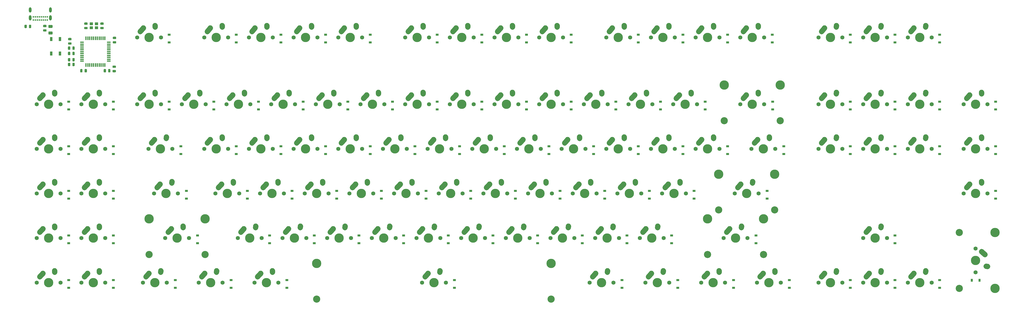
<source format=gbs>
G04 #@! TF.GenerationSoftware,KiCad,Pcbnew,(5.1.5)-3*
G04 #@! TF.CreationDate,2020-02-18T06:28:18+01:00*
G04 #@! TF.ProjectId,CustomTKL101,43757374-6f6d-4544-9b4c-3130312e6b69,rev?*
G04 #@! TF.SameCoordinates,Original*
G04 #@! TF.FileFunction,Soldermask,Bot*
G04 #@! TF.FilePolarity,Negative*
%FSLAX46Y46*%
G04 Gerber Fmt 4.6, Leading zero omitted, Abs format (unit mm)*
G04 Created by KiCad (PCBNEW (5.1.5)-3) date 2020-02-18 06:28:18*
%MOMM*%
%LPD*%
G04 APERTURE LIST*
%ADD10C,3.987800*%
%ADD11C,3.048000*%
%ADD12C,1.750000*%
%ADD13C,2.250000*%
%ADD14C,2.250000*%
%ADD15R,1.500000X0.550000*%
%ADD16R,0.550000X1.500000*%
%ADD17R,1.200000X0.900000*%
%ADD18R,0.900000X1.200000*%
%ADD19C,0.100000*%
%ADD20O,1.108000X2.216000*%
%ADD21C,0.650000*%
%ADD22R,1.100000X1.800000*%
%ADD23R,1.400000X1.200000*%
G04 APERTURE END LIST*
D10*
X487623000Y-190500000D03*
X487623000Y-166624000D03*
D11*
X472383000Y-190500000D03*
X472383000Y-166624000D03*
D12*
X479368000Y-183642000D03*
X479368000Y-173482000D03*
D13*
X483368000Y-176062000D03*
D10*
X479368000Y-178562000D03*
D14*
X481908000Y-174752000D02*
X483368000Y-176062002D01*
D13*
X484448000Y-181102000D03*
D14*
X483868000Y-181062000D02*
X484448000Y-181102000D01*
D10*
X298380150Y-179832000D03*
X198380350Y-179832000D03*
D11*
X298380150Y-195072000D03*
X198380350Y-195072000D03*
D12*
X253460250Y-188087000D03*
X243300250Y-188087000D03*
D13*
X245880250Y-184087000D03*
D10*
X248380250Y-188087000D03*
D14*
X244570250Y-185547000D02*
X245880252Y-184087000D01*
D13*
X250920250Y-183007000D03*
D14*
X250880250Y-183587000D02*
X250920250Y-183007000D01*
D10*
X388905750Y-160782000D03*
X365029750Y-160782000D03*
D11*
X388905750Y-176022000D03*
X365029750Y-176022000D03*
D12*
X382047750Y-169037000D03*
X371887750Y-169037000D03*
D13*
X374467750Y-165037000D03*
D10*
X376967750Y-169037000D03*
D14*
X373157750Y-166497000D02*
X374467752Y-165037000D01*
D13*
X379507750Y-163957000D03*
D14*
X379467750Y-164537000D02*
X379507750Y-163957000D01*
D10*
X393668250Y-141732000D03*
X369792250Y-141732000D03*
D11*
X393668250Y-156972000D03*
X369792250Y-156972000D03*
D12*
X386810250Y-149987000D03*
X376650250Y-149987000D03*
D13*
X379230250Y-145987000D03*
D10*
X381730250Y-149987000D03*
D14*
X377920250Y-147447000D02*
X379230252Y-145987000D01*
D13*
X384270250Y-144907000D03*
D14*
X384230250Y-145487000D02*
X384270250Y-144907000D01*
D10*
X396049500Y-103632000D03*
X372173500Y-103632000D03*
D11*
X396049500Y-118872000D03*
X372173500Y-118872000D03*
D12*
X389191500Y-111887000D03*
X379031500Y-111887000D03*
D13*
X381611500Y-107887000D03*
D10*
X384111500Y-111887000D03*
D14*
X380301500Y-109347000D02*
X381611502Y-107887000D01*
D13*
X386651500Y-106807000D03*
D14*
X386611500Y-107387000D02*
X386651500Y-106807000D01*
D10*
X150780750Y-160782000D03*
X126904750Y-160782000D03*
D11*
X150780750Y-176022000D03*
X126904750Y-176022000D03*
D12*
X143922750Y-169037000D03*
X133762750Y-169037000D03*
D13*
X136342750Y-165037000D03*
D10*
X138842750Y-169037000D03*
D14*
X135032750Y-166497000D02*
X136342752Y-165037000D01*
D13*
X141382750Y-163957000D03*
D14*
X141342750Y-164537000D02*
X141382750Y-163957000D01*
D15*
X98313000Y-93408000D03*
X98313000Y-92608000D03*
X98313000Y-91808000D03*
X98313000Y-91008000D03*
X98313000Y-90208000D03*
X98313000Y-89408000D03*
X98313000Y-88608000D03*
X98313000Y-87808000D03*
X98313000Y-87008000D03*
X98313000Y-86208000D03*
X98313000Y-85408000D03*
D16*
X100013000Y-83708000D03*
X100813000Y-83708000D03*
X101613000Y-83708000D03*
X102413000Y-83708000D03*
X103213000Y-83708000D03*
X104013000Y-83708000D03*
X104813000Y-83708000D03*
X105613000Y-83708000D03*
X106413000Y-83708000D03*
X107213000Y-83708000D03*
X108013000Y-83708000D03*
D15*
X109713000Y-85408000D03*
X109713000Y-86208000D03*
X109713000Y-87008000D03*
X109713000Y-87808000D03*
X109713000Y-88608000D03*
X109713000Y-89408000D03*
X109713000Y-90208000D03*
X109713000Y-91008000D03*
X109713000Y-91808000D03*
X109713000Y-92608000D03*
X109713000Y-93408000D03*
D16*
X108013000Y-95108000D03*
X107213000Y-95108000D03*
X106413000Y-95108000D03*
X105613000Y-95108000D03*
X104813000Y-95108000D03*
X104013000Y-95108000D03*
X103213000Y-95108000D03*
X102413000Y-95108000D03*
X101613000Y-95108000D03*
X100813000Y-95108000D03*
X100013000Y-95108000D03*
D12*
X108204000Y-149987000D03*
X98044000Y-149987000D03*
D10*
X103124000Y-149987000D03*
D13*
X105664000Y-144907000D03*
D14*
X105624000Y-145487000D02*
X105664000Y-144907000D01*
X99314000Y-147447000D02*
X100624002Y-145987000D01*
D13*
X100624000Y-145987000D03*
D12*
X108204000Y-111887000D03*
X98044000Y-111887000D03*
D10*
X103124000Y-111887000D03*
D13*
X105664000Y-106807000D03*
D14*
X105624000Y-107387000D02*
X105664000Y-106807000D01*
X99314000Y-109347000D02*
X100624002Y-107887000D01*
D13*
X100624000Y-107887000D03*
D12*
X441579000Y-111887000D03*
X431419000Y-111887000D03*
D10*
X436499000Y-111887000D03*
D13*
X439039000Y-106807000D03*
D14*
X438999000Y-107387000D02*
X439039000Y-106807000D01*
X432689000Y-109347000D02*
X433999002Y-107887000D01*
D13*
X433999000Y-107887000D03*
D12*
X460629000Y-111887000D03*
X450469000Y-111887000D03*
D10*
X455549000Y-111887000D03*
D13*
X458089000Y-106807000D03*
D14*
X458049000Y-107387000D02*
X458089000Y-106807000D01*
X451739000Y-109347000D02*
X453049002Y-107887000D01*
D13*
X453049000Y-107887000D03*
D12*
X198691500Y-130937000D03*
X188531500Y-130937000D03*
D10*
X193611500Y-130937000D03*
D13*
X196151500Y-125857000D03*
D14*
X196111500Y-126437000D02*
X196151500Y-125857000D01*
X189801500Y-128397000D02*
X191111502Y-126937000D01*
D13*
X191111500Y-126937000D03*
D12*
X179641500Y-130937000D03*
X169481500Y-130937000D03*
D10*
X174561500Y-130937000D03*
D13*
X177101500Y-125857000D03*
D14*
X177061500Y-126437000D02*
X177101500Y-125857000D01*
X170751500Y-128397000D02*
X172061502Y-126937000D01*
D13*
X172061500Y-126937000D03*
D12*
X484441500Y-111887000D03*
X474281500Y-111887000D03*
D10*
X479361500Y-111887000D03*
D13*
X481901500Y-106807000D03*
D14*
X481861500Y-107387000D02*
X481901500Y-106807000D01*
X475551500Y-109347000D02*
X476861502Y-107887000D01*
D13*
X476861500Y-107887000D03*
D12*
X160591500Y-130937000D03*
X150431500Y-130937000D03*
D10*
X155511500Y-130937000D03*
D13*
X158051500Y-125857000D03*
D14*
X158011500Y-126437000D02*
X158051500Y-125857000D01*
X151701500Y-128397000D02*
X153011502Y-126937000D01*
D13*
X153011500Y-126937000D03*
D12*
X422529000Y-188087000D03*
X412369000Y-188087000D03*
D10*
X417449000Y-188087000D03*
D13*
X419989000Y-183007000D03*
D14*
X419949000Y-183587000D02*
X419989000Y-183007000D01*
X413639000Y-185547000D02*
X414949002Y-184087000D01*
D13*
X414949000Y-184087000D03*
D12*
X441579000Y-188087000D03*
X431419000Y-188087000D03*
D10*
X436499000Y-188087000D03*
D13*
X439039000Y-183007000D03*
D14*
X438999000Y-183587000D02*
X439039000Y-183007000D01*
X432689000Y-185547000D02*
X433999002Y-184087000D01*
D13*
X433999000Y-184087000D03*
D12*
X460629000Y-188087000D03*
X450469000Y-188087000D03*
D10*
X455549000Y-188087000D03*
D13*
X458089000Y-183007000D03*
D14*
X458049000Y-183587000D02*
X458089000Y-183007000D01*
X451739000Y-185547000D02*
X453049002Y-184087000D01*
D13*
X453049000Y-184087000D03*
D12*
X441579000Y-130937000D03*
X431419000Y-130937000D03*
D10*
X436499000Y-130937000D03*
D13*
X439039000Y-125857000D03*
D14*
X438999000Y-126437000D02*
X439039000Y-125857000D01*
X432689000Y-128397000D02*
X433999002Y-126937000D01*
D13*
X433999000Y-126937000D03*
D12*
X460629000Y-130937000D03*
X450469000Y-130937000D03*
D10*
X455549000Y-130937000D03*
D13*
X458089000Y-125857000D03*
D14*
X458049000Y-126437000D02*
X458089000Y-125857000D01*
X451739000Y-128397000D02*
X453049002Y-126937000D01*
D13*
X453049000Y-126937000D03*
D12*
X484441500Y-130937000D03*
X474281500Y-130937000D03*
D10*
X479361500Y-130937000D03*
D13*
X481901500Y-125857000D03*
D14*
X481861500Y-126437000D02*
X481901500Y-125857000D01*
X475551500Y-128397000D02*
X476861502Y-126937000D01*
D13*
X476861500Y-126937000D03*
D12*
X422529000Y-130937000D03*
X412369000Y-130937000D03*
D10*
X417449000Y-130937000D03*
D13*
X419989000Y-125857000D03*
D14*
X419949000Y-126437000D02*
X419989000Y-125857000D01*
X413639000Y-128397000D02*
X414949002Y-126937000D01*
D13*
X414949000Y-126937000D03*
D12*
X165354000Y-149987000D03*
X155194000Y-149987000D03*
D10*
X160274000Y-149987000D03*
D13*
X162814000Y-144907000D03*
D14*
X162774000Y-145487000D02*
X162814000Y-144907000D01*
X156464000Y-147447000D02*
X157774002Y-145987000D01*
D13*
X157774000Y-145987000D03*
D12*
X274891500Y-130937000D03*
X264731500Y-130937000D03*
D10*
X269811500Y-130937000D03*
D13*
X272351500Y-125857000D03*
D14*
X272311500Y-126437000D02*
X272351500Y-125857000D01*
X266001500Y-128397000D02*
X267311502Y-126937000D01*
D13*
X267311500Y-126937000D03*
D12*
X312991500Y-130937000D03*
X302831500Y-130937000D03*
D10*
X307911500Y-130937000D03*
D13*
X310451500Y-125857000D03*
D14*
X310411500Y-126437000D02*
X310451500Y-125857000D01*
X304101500Y-128397000D02*
X305411502Y-126937000D01*
D13*
X305411500Y-126937000D03*
D12*
X351091500Y-130937000D03*
X340931500Y-130937000D03*
D10*
X346011500Y-130937000D03*
D13*
X348551500Y-125857000D03*
D14*
X348511500Y-126437000D02*
X348551500Y-125857000D01*
X342201500Y-128397000D02*
X343511502Y-126937000D01*
D13*
X343511500Y-126937000D03*
D12*
X370141500Y-130937000D03*
X359981500Y-130937000D03*
D10*
X365061500Y-130937000D03*
D13*
X367601500Y-125857000D03*
D14*
X367561500Y-126437000D02*
X367601500Y-125857000D01*
X361251500Y-128397000D02*
X362561502Y-126937000D01*
D13*
X362561500Y-126937000D03*
D12*
X217741500Y-130937000D03*
X207581500Y-130937000D03*
D10*
X212661500Y-130937000D03*
D13*
X215201500Y-125857000D03*
D14*
X215161500Y-126437000D02*
X215201500Y-125857000D01*
X208851500Y-128397000D02*
X210161502Y-126937000D01*
D13*
X210161500Y-126937000D03*
D12*
X236791500Y-130937000D03*
X226631500Y-130937000D03*
D10*
X231711500Y-130937000D03*
D13*
X234251500Y-125857000D03*
D14*
X234211500Y-126437000D02*
X234251500Y-125857000D01*
X227901500Y-128397000D02*
X229211502Y-126937000D01*
D13*
X229211500Y-126937000D03*
D12*
X293941500Y-130937000D03*
X283781500Y-130937000D03*
D10*
X288861500Y-130937000D03*
D13*
X291401500Y-125857000D03*
D14*
X291361500Y-126437000D02*
X291401500Y-125857000D01*
X285051500Y-128397000D02*
X286361502Y-126937000D01*
D13*
X286361500Y-126937000D03*
D12*
X332041500Y-130937000D03*
X321881500Y-130937000D03*
D10*
X326961500Y-130937000D03*
D13*
X329501500Y-125857000D03*
D14*
X329461500Y-126437000D02*
X329501500Y-125857000D01*
X323151500Y-128397000D02*
X324461502Y-126937000D01*
D13*
X324461500Y-126937000D03*
D12*
X255841500Y-130937000D03*
X245681500Y-130937000D03*
D10*
X250761500Y-130937000D03*
D13*
X253301500Y-125857000D03*
D14*
X253261500Y-126437000D02*
X253301500Y-125857000D01*
X246951500Y-128397000D02*
X248261502Y-126937000D01*
D13*
X248261500Y-126937000D03*
D12*
X132016500Y-111887000D03*
X121856500Y-111887000D03*
D10*
X126936500Y-111887000D03*
D13*
X129476500Y-106807000D03*
D14*
X129436500Y-107387000D02*
X129476500Y-106807000D01*
X123126500Y-109347000D02*
X124436502Y-107887000D01*
D13*
X124436500Y-107887000D03*
D12*
X227266500Y-111887000D03*
X217106500Y-111887000D03*
D10*
X222186500Y-111887000D03*
D13*
X224726500Y-106807000D03*
D14*
X224686500Y-107387000D02*
X224726500Y-106807000D01*
X218376500Y-109347000D02*
X219686502Y-107887000D01*
D13*
X219686500Y-107887000D03*
D12*
X151066500Y-111887000D03*
X140906500Y-111887000D03*
D10*
X145986500Y-111887000D03*
D13*
X148526500Y-106807000D03*
D14*
X148486500Y-107387000D02*
X148526500Y-106807000D01*
X142176500Y-109347000D02*
X143486502Y-107887000D01*
D13*
X143486500Y-107887000D03*
D12*
X208216500Y-111887000D03*
X198056500Y-111887000D03*
D10*
X203136500Y-111887000D03*
D13*
X205676500Y-106807000D03*
D14*
X205636500Y-107387000D02*
X205676500Y-106807000D01*
X199326500Y-109347000D02*
X200636502Y-107887000D01*
D13*
X200636500Y-107887000D03*
D12*
X170116500Y-111887000D03*
X159956500Y-111887000D03*
D10*
X165036500Y-111887000D03*
D13*
X167576500Y-106807000D03*
D14*
X167536500Y-107387000D02*
X167576500Y-106807000D01*
X161226500Y-109347000D02*
X162536502Y-107887000D01*
D13*
X162536500Y-107887000D03*
D12*
X189166500Y-111887000D03*
X179006500Y-111887000D03*
D10*
X184086500Y-111887000D03*
D13*
X186626500Y-106807000D03*
D14*
X186586500Y-107387000D02*
X186626500Y-106807000D01*
X180276500Y-109347000D02*
X181586502Y-107887000D01*
D13*
X181586500Y-107887000D03*
D12*
X203454000Y-149987000D03*
X193294000Y-149987000D03*
D10*
X198374000Y-149987000D03*
D13*
X200914000Y-144907000D03*
D14*
X200874000Y-145487000D02*
X200914000Y-144907000D01*
X194564000Y-147447000D02*
X195874002Y-145987000D01*
D13*
X195874000Y-145987000D03*
D12*
X184404000Y-149987000D03*
X174244000Y-149987000D03*
D10*
X179324000Y-149987000D03*
D13*
X181864000Y-144907000D03*
D14*
X181824000Y-145487000D02*
X181864000Y-144907000D01*
X175514000Y-147447000D02*
X176824002Y-145987000D01*
D13*
X176824000Y-145987000D03*
D12*
X222504000Y-149987000D03*
X212344000Y-149987000D03*
D10*
X217424000Y-149987000D03*
D13*
X219964000Y-144907000D03*
D14*
X219924000Y-145487000D02*
X219964000Y-144907000D01*
X213614000Y-147447000D02*
X214924002Y-145987000D01*
D13*
X214924000Y-145987000D03*
D12*
X260604000Y-149987000D03*
X250444000Y-149987000D03*
D10*
X255524000Y-149987000D03*
D13*
X258064000Y-144907000D03*
D14*
X258024000Y-145487000D02*
X258064000Y-144907000D01*
X251714000Y-147447000D02*
X253024002Y-145987000D01*
D13*
X253024000Y-145987000D03*
D12*
X279654000Y-149987000D03*
X269494000Y-149987000D03*
D10*
X274574000Y-149987000D03*
D13*
X277114000Y-144907000D03*
D14*
X277074000Y-145487000D02*
X277114000Y-144907000D01*
X270764000Y-147447000D02*
X272074002Y-145987000D01*
D13*
X272074000Y-145987000D03*
D12*
X317754000Y-149987000D03*
X307594000Y-149987000D03*
D10*
X312674000Y-149987000D03*
D13*
X315214000Y-144907000D03*
D14*
X315174000Y-145487000D02*
X315214000Y-144907000D01*
X308864000Y-147447000D02*
X310174002Y-145987000D01*
D13*
X310174000Y-145987000D03*
D12*
X336804000Y-149987000D03*
X326644000Y-149987000D03*
D10*
X331724000Y-149987000D03*
D13*
X334264000Y-144907000D03*
D14*
X334224000Y-145487000D02*
X334264000Y-144907000D01*
X327914000Y-147447000D02*
X329224002Y-145987000D01*
D13*
X329224000Y-145987000D03*
D12*
X241554000Y-149987000D03*
X231394000Y-149987000D03*
D10*
X236474000Y-149987000D03*
D13*
X239014000Y-144907000D03*
D14*
X238974000Y-145487000D02*
X239014000Y-144907000D01*
X232664000Y-147447000D02*
X233974002Y-145987000D01*
D13*
X233974000Y-145987000D03*
D12*
X298704000Y-149987000D03*
X288544000Y-149987000D03*
D10*
X293624000Y-149987000D03*
D13*
X296164000Y-144907000D03*
D14*
X296124000Y-145487000D02*
X296164000Y-144907000D01*
X289814000Y-147447000D02*
X291124002Y-145987000D01*
D13*
X291124000Y-145987000D03*
D12*
X346329000Y-169037000D03*
X336169000Y-169037000D03*
D10*
X341249000Y-169037000D03*
D13*
X343789000Y-163957000D03*
D14*
X343749000Y-164537000D02*
X343789000Y-163957000D01*
X337439000Y-166497000D02*
X338749002Y-165037000D01*
D13*
X338749000Y-165037000D03*
D12*
X441579000Y-169037000D03*
X431419000Y-169037000D03*
D10*
X436499000Y-169037000D03*
D13*
X439039000Y-163957000D03*
D14*
X438999000Y-164537000D02*
X439039000Y-163957000D01*
X432689000Y-166497000D02*
X433999002Y-165037000D01*
D13*
X433999000Y-165037000D03*
D12*
X289179000Y-169037000D03*
X279019000Y-169037000D03*
D10*
X284099000Y-169037000D03*
D13*
X286639000Y-163957000D03*
D14*
X286599000Y-164537000D02*
X286639000Y-163957000D01*
X280289000Y-166497000D02*
X281599002Y-165037000D01*
D13*
X281599000Y-165037000D03*
D12*
X251079000Y-169037000D03*
X240919000Y-169037000D03*
D10*
X245999000Y-169037000D03*
D13*
X248539000Y-163957000D03*
D14*
X248499000Y-164537000D02*
X248539000Y-163957000D01*
X242189000Y-166497000D02*
X243499002Y-165037000D01*
D13*
X243499000Y-165037000D03*
D12*
X355854000Y-149987000D03*
X345694000Y-149987000D03*
D10*
X350774000Y-149987000D03*
D13*
X353314000Y-144907000D03*
D14*
X353274000Y-145487000D02*
X353314000Y-144907000D01*
X346964000Y-147447000D02*
X348274002Y-145987000D01*
D13*
X348274000Y-145987000D03*
D12*
X174879000Y-169037000D03*
X164719000Y-169037000D03*
D10*
X169799000Y-169037000D03*
D13*
X172339000Y-163957000D03*
D14*
X172299000Y-164537000D02*
X172339000Y-163957000D01*
X165989000Y-166497000D02*
X167299002Y-165037000D01*
D13*
X167299000Y-165037000D03*
D12*
X232029000Y-169037000D03*
X221869000Y-169037000D03*
D10*
X226949000Y-169037000D03*
D13*
X229489000Y-163957000D03*
D14*
X229449000Y-164537000D02*
X229489000Y-163957000D01*
X223139000Y-166497000D02*
X224449002Y-165037000D01*
D13*
X224449000Y-165037000D03*
D12*
X484441500Y-149987000D03*
X474281500Y-149987000D03*
D10*
X479361500Y-149987000D03*
D13*
X481901500Y-144907000D03*
D14*
X481861500Y-145487000D02*
X481901500Y-144907000D01*
X475551500Y-147447000D02*
X476861502Y-145987000D01*
D13*
X476861500Y-145987000D03*
D12*
X193929000Y-169037000D03*
X183769000Y-169037000D03*
D10*
X188849000Y-169037000D03*
D13*
X191389000Y-163957000D03*
D14*
X191349000Y-164537000D02*
X191389000Y-163957000D01*
X185039000Y-166497000D02*
X186349002Y-165037000D01*
D13*
X186349000Y-165037000D03*
D12*
X212979000Y-169037000D03*
X202819000Y-169037000D03*
D10*
X207899000Y-169037000D03*
D13*
X210439000Y-163957000D03*
D14*
X210399000Y-164537000D02*
X210439000Y-163957000D01*
X204089000Y-166497000D02*
X205399002Y-165037000D01*
D13*
X205399000Y-165037000D03*
D12*
X308229000Y-169037000D03*
X298069000Y-169037000D03*
D10*
X303149000Y-169037000D03*
D13*
X305689000Y-163957000D03*
D14*
X305649000Y-164537000D02*
X305689000Y-163957000D01*
X299339000Y-166497000D02*
X300649002Y-165037000D01*
D13*
X300649000Y-165037000D03*
D12*
X327279000Y-169037000D03*
X317119000Y-169037000D03*
D10*
X322199000Y-169037000D03*
D13*
X324739000Y-163957000D03*
D14*
X324699000Y-164537000D02*
X324739000Y-163957000D01*
X318389000Y-166497000D02*
X319699002Y-165037000D01*
D13*
X319699000Y-165037000D03*
D12*
X270129000Y-169037000D03*
X259969000Y-169037000D03*
D10*
X265049000Y-169037000D03*
D13*
X267589000Y-163957000D03*
D14*
X267549000Y-164537000D02*
X267589000Y-163957000D01*
X261239000Y-166497000D02*
X262549002Y-165037000D01*
D13*
X262549000Y-165037000D03*
D12*
X303466500Y-111887000D03*
X293306500Y-111887000D03*
D10*
X298386500Y-111887000D03*
D13*
X300926500Y-106807000D03*
D14*
X300886500Y-107387000D02*
X300926500Y-106807000D01*
X294576500Y-109347000D02*
X295886502Y-107887000D01*
D13*
X295886500Y-107887000D03*
D12*
X284416500Y-111887000D03*
X274256500Y-111887000D03*
D10*
X279336500Y-111887000D03*
D13*
X281876500Y-106807000D03*
D14*
X281836500Y-107387000D02*
X281876500Y-106807000D01*
X275526500Y-109347000D02*
X276836502Y-107887000D01*
D13*
X276836500Y-107887000D03*
D12*
X322516500Y-111887000D03*
X312356500Y-111887000D03*
D10*
X317436500Y-111887000D03*
D13*
X319976500Y-106807000D03*
D14*
X319936500Y-107387000D02*
X319976500Y-106807000D01*
X313626500Y-109347000D02*
X314936502Y-107887000D01*
D13*
X314936500Y-107887000D03*
D12*
X265366500Y-111887000D03*
X255206500Y-111887000D03*
D10*
X260286500Y-111887000D03*
D13*
X262826500Y-106807000D03*
D14*
X262786500Y-107387000D02*
X262826500Y-106807000D01*
X256476500Y-109347000D02*
X257786502Y-107887000D01*
D13*
X257786500Y-107887000D03*
D12*
X360616500Y-111887000D03*
X350456500Y-111887000D03*
D10*
X355536500Y-111887000D03*
D13*
X358076500Y-106807000D03*
D14*
X358036500Y-107387000D02*
X358076500Y-106807000D01*
X351726500Y-109347000D02*
X353036502Y-107887000D01*
D13*
X353036500Y-107887000D03*
D12*
X341566500Y-111887000D03*
X331406500Y-111887000D03*
D10*
X336486500Y-111887000D03*
D13*
X339026500Y-106807000D03*
D14*
X338986500Y-107387000D02*
X339026500Y-106807000D01*
X332676500Y-109347000D02*
X333986502Y-107887000D01*
D13*
X333986500Y-107887000D03*
D12*
X422529000Y-111887000D03*
X412369000Y-111887000D03*
D10*
X417449000Y-111887000D03*
D13*
X419989000Y-106807000D03*
D14*
X419949000Y-107387000D02*
X419989000Y-106807000D01*
X413639000Y-109347000D02*
X414949002Y-107887000D01*
D13*
X414949000Y-107887000D03*
D12*
X246316500Y-111887000D03*
X236156500Y-111887000D03*
D10*
X241236500Y-111887000D03*
D13*
X243776500Y-106807000D03*
D14*
X243736500Y-107387000D02*
X243776500Y-106807000D01*
X237426500Y-109347000D02*
X238736502Y-107887000D01*
D13*
X238736500Y-107887000D03*
D14*
X134199000Y-126437000D02*
X134239000Y-125857000D01*
D13*
X134239000Y-125857000D03*
D14*
X127889000Y-128397000D02*
X129199002Y-126937000D01*
D10*
X131699000Y-130937000D03*
D13*
X129199000Y-126937000D03*
D12*
X126619000Y-130937000D03*
X136779000Y-130937000D03*
D14*
X391374000Y-126437000D02*
X391414000Y-125857000D01*
D13*
X391414000Y-125857000D03*
D14*
X385064000Y-128397000D02*
X386374002Y-126937000D01*
D10*
X388874000Y-130937000D03*
D13*
X386374000Y-126937000D03*
D12*
X383794000Y-130937000D03*
X393954000Y-130937000D03*
D14*
X136580250Y-145487000D02*
X136620250Y-144907000D01*
D13*
X136620250Y-144907000D03*
D14*
X130270250Y-147447000D02*
X131580252Y-145987000D01*
D10*
X134080250Y-149987000D03*
D13*
X131580250Y-145987000D03*
D12*
X129000250Y-149987000D03*
X139160250Y-149987000D03*
D14*
X131817750Y-183587000D02*
X131857750Y-183007000D01*
D13*
X131857750Y-183007000D03*
D14*
X125507750Y-185547000D02*
X126817752Y-184087000D01*
D10*
X129317750Y-188087000D03*
D13*
X126817750Y-184087000D03*
D12*
X124237750Y-188087000D03*
X134397750Y-188087000D03*
D14*
X393755250Y-183587000D02*
X393795250Y-183007000D01*
D13*
X393795250Y-183007000D03*
D14*
X387445250Y-185547000D02*
X388755252Y-184087000D01*
D10*
X391255250Y-188087000D03*
D13*
X388755250Y-184087000D03*
D12*
X386175250Y-188087000D03*
X396335250Y-188087000D03*
D14*
X322317750Y-183587000D02*
X322357750Y-183007000D01*
D13*
X322357750Y-183007000D03*
D14*
X316007750Y-185547000D02*
X317317752Y-184087000D01*
D10*
X319817750Y-188087000D03*
D13*
X317317750Y-184087000D03*
D12*
X314737750Y-188087000D03*
X324897750Y-188087000D03*
D14*
X179442750Y-183587000D02*
X179482750Y-183007000D01*
D13*
X179482750Y-183007000D03*
D14*
X173132750Y-185547000D02*
X174442752Y-184087000D01*
D10*
X176942750Y-188087000D03*
D13*
X174442750Y-184087000D03*
D12*
X171862750Y-188087000D03*
X182022750Y-188087000D03*
D14*
X155630250Y-183587000D02*
X155670250Y-183007000D01*
D13*
X155670250Y-183007000D03*
D14*
X149320250Y-185547000D02*
X150630252Y-184087000D01*
D10*
X153130250Y-188087000D03*
D13*
X150630250Y-184087000D03*
D12*
X148050250Y-188087000D03*
X158210250Y-188087000D03*
D14*
X369942750Y-183587000D02*
X369982750Y-183007000D01*
D13*
X369982750Y-183007000D03*
D14*
X363632750Y-185547000D02*
X364942752Y-184087000D01*
D10*
X367442750Y-188087000D03*
D13*
X364942750Y-184087000D03*
D12*
X362362750Y-188087000D03*
X372522750Y-188087000D03*
D14*
X346130250Y-183587000D02*
X346170250Y-183007000D01*
D13*
X346170250Y-183007000D03*
D14*
X339820250Y-185547000D02*
X341130252Y-184087000D01*
D10*
X343630250Y-188087000D03*
D13*
X341130250Y-184087000D03*
D12*
X338550250Y-188087000D03*
X348710250Y-188087000D03*
X89154000Y-130937000D03*
X78994000Y-130937000D03*
D10*
X84074000Y-130937000D03*
D13*
X86614000Y-125857000D03*
D14*
X86574000Y-126437000D02*
X86614000Y-125857000D01*
X80264000Y-128397000D02*
X81574002Y-126937000D01*
D13*
X81574000Y-126937000D03*
D12*
X108204000Y-130937000D03*
X98044000Y-130937000D03*
D10*
X103124000Y-130937000D03*
D13*
X105664000Y-125857000D03*
D14*
X105624000Y-126437000D02*
X105664000Y-125857000D01*
X99314000Y-128397000D02*
X100624002Y-126937000D01*
D13*
X100624000Y-126937000D03*
D12*
X108204000Y-188087000D03*
X98044000Y-188087000D03*
D10*
X103124000Y-188087000D03*
D13*
X105664000Y-183007000D03*
D14*
X105624000Y-183587000D02*
X105664000Y-183007000D01*
X99314000Y-185547000D02*
X100624002Y-184087000D01*
D13*
X100624000Y-184087000D03*
D12*
X89154000Y-188087000D03*
X78994000Y-188087000D03*
D10*
X84074000Y-188087000D03*
D13*
X86614000Y-183007000D03*
D14*
X86574000Y-183587000D02*
X86614000Y-183007000D01*
X80264000Y-185547000D02*
X81574002Y-184087000D01*
D13*
X81574000Y-184087000D03*
D12*
X89154000Y-149987000D03*
X78994000Y-149987000D03*
D10*
X84074000Y-149987000D03*
D13*
X86614000Y-144907000D03*
D14*
X86574000Y-145487000D02*
X86614000Y-144907000D01*
X80264000Y-147447000D02*
X81574002Y-145987000D01*
D13*
X81574000Y-145987000D03*
D12*
X89154000Y-111887000D03*
X78994000Y-111887000D03*
D10*
X84074000Y-111887000D03*
D13*
X86614000Y-106807000D03*
D14*
X86574000Y-107387000D02*
X86614000Y-106807000D01*
X80264000Y-109347000D02*
X81574002Y-107887000D01*
D13*
X81574000Y-107887000D03*
D12*
X108204000Y-169037000D03*
X98044000Y-169037000D03*
D10*
X103124000Y-169037000D03*
D13*
X105664000Y-163957000D03*
D14*
X105624000Y-164537000D02*
X105664000Y-163957000D01*
X99314000Y-166497000D02*
X100624002Y-165037000D01*
D13*
X100624000Y-165037000D03*
D12*
X89154000Y-169037000D03*
X78994000Y-169037000D03*
D10*
X84074000Y-169037000D03*
D13*
X86614000Y-163957000D03*
D14*
X86574000Y-164537000D02*
X86614000Y-163957000D01*
X80264000Y-166497000D02*
X81574002Y-165037000D01*
D13*
X81574000Y-165037000D03*
D17*
X92599000Y-129787000D03*
X92599000Y-133087000D03*
X445024000Y-110737000D03*
X445024000Y-114037000D03*
X111649000Y-129787000D03*
X111649000Y-133087000D03*
X487886500Y-110737000D03*
X487886500Y-114037000D03*
X140430250Y-129787000D03*
X140430250Y-133087000D03*
X164036500Y-129787000D03*
X164036500Y-133087000D03*
X183086500Y-129787000D03*
X183086500Y-133087000D03*
X202136500Y-129787000D03*
X202136500Y-133087000D03*
X464074000Y-110737000D03*
X464074000Y-114037000D03*
X92599000Y-186937000D03*
X92599000Y-190237000D03*
X185674000Y-186937000D03*
X185674000Y-190237000D03*
X111649000Y-186937000D03*
X111649000Y-190237000D03*
X161861500Y-186937000D03*
X161861500Y-190237000D03*
X376174000Y-186937000D03*
X376174000Y-190237000D03*
X464074000Y-186937000D03*
X464074000Y-190237000D03*
X328549000Y-186937000D03*
X328549000Y-190237000D03*
X399986500Y-186937000D03*
X399986500Y-190237000D03*
X425974000Y-186937000D03*
X425974000Y-190237000D03*
X445024000Y-186937000D03*
X445024000Y-190237000D03*
X138049000Y-186937000D03*
X138049000Y-190237000D03*
X352361500Y-186937000D03*
X352361500Y-190237000D03*
X257111500Y-186937000D03*
X257111500Y-190237000D03*
D18*
X481075000Y-187071000D03*
X477775000Y-187071000D03*
D17*
X487886500Y-129787000D03*
X487886500Y-133087000D03*
X168799000Y-148837000D03*
X168799000Y-152137000D03*
X92599000Y-148837000D03*
X92599000Y-152137000D03*
X425974000Y-129787000D03*
X425974000Y-133087000D03*
X464074000Y-129787000D03*
X464074000Y-133087000D03*
X397605250Y-129787000D03*
X397605250Y-133087000D03*
X445024000Y-129787000D03*
X445024000Y-133087000D03*
X111649000Y-148837000D03*
X111649000Y-152137000D03*
X142811500Y-148837000D03*
X142811500Y-152137000D03*
X316436500Y-129787000D03*
X316436500Y-133087000D03*
X354536500Y-129787000D03*
X354536500Y-133087000D03*
X373586500Y-129787000D03*
X373586500Y-133087000D03*
X335486500Y-129787000D03*
X335486500Y-133087000D03*
X297386500Y-129787000D03*
X297386500Y-133087000D03*
X240236500Y-129787000D03*
X240236500Y-133087000D03*
X278336500Y-129787000D03*
X278336500Y-133087000D03*
X221186500Y-129787000D03*
X221186500Y-133087000D03*
X259286500Y-129787000D03*
X259286500Y-133087000D03*
X111649000Y-110737000D03*
X111649000Y-114037000D03*
X173561500Y-110737000D03*
X173561500Y-114037000D03*
X230711500Y-110737000D03*
X230711500Y-114037000D03*
X92599000Y-110737000D03*
X92599000Y-114037000D03*
X154511500Y-110737000D03*
X154511500Y-114037000D03*
X192611500Y-110737000D03*
X192611500Y-114037000D03*
X211661500Y-110737000D03*
X211661500Y-114037000D03*
X135461500Y-110737000D03*
X135461500Y-114037000D03*
X206899000Y-148837000D03*
X206899000Y-152137000D03*
X225949000Y-148837000D03*
X225949000Y-152137000D03*
X283099000Y-148837000D03*
X283099000Y-152137000D03*
X302149000Y-148837000D03*
X302149000Y-152137000D03*
X264049000Y-148837000D03*
X264049000Y-152137000D03*
X321199000Y-148837000D03*
X321199000Y-152137000D03*
X340249000Y-148837000D03*
X340249000Y-152137000D03*
X187849000Y-148837000D03*
X187849000Y-152137000D03*
X244999000Y-148837000D03*
X244999000Y-152137000D03*
X349774000Y-167887000D03*
X349774000Y-171187000D03*
X292624000Y-167887000D03*
X292624000Y-171187000D03*
X273574000Y-167887000D03*
X273574000Y-171187000D03*
X197374000Y-167887000D03*
X197374000Y-171187000D03*
X385699000Y-167887000D03*
X385699000Y-171187000D03*
X390461500Y-148837000D03*
X390461500Y-152137000D03*
X235474000Y-167887000D03*
X235474000Y-171187000D03*
X311674000Y-167887000D03*
X311674000Y-171187000D03*
X445024000Y-167887000D03*
X445024000Y-171187000D03*
X111649000Y-167887000D03*
X111649000Y-171187000D03*
X178324000Y-167887000D03*
X178324000Y-171187000D03*
X487886500Y-148837000D03*
X487886500Y-152137000D03*
X359299000Y-148837000D03*
X359299000Y-152137000D03*
X216424000Y-167887000D03*
X216424000Y-171187000D03*
X92599000Y-167887000D03*
X92599000Y-171187000D03*
X254524000Y-167887000D03*
X254524000Y-171187000D03*
X147574000Y-167887000D03*
X147574000Y-171187000D03*
X330724000Y-167887000D03*
X330724000Y-171187000D03*
X268811500Y-110737000D03*
X268811500Y-114037000D03*
X249761500Y-110737000D03*
X249761500Y-114037000D03*
X345011500Y-110737000D03*
X345011500Y-114037000D03*
X392842750Y-110737000D03*
X392842750Y-114037000D03*
X287861500Y-110737000D03*
X287861500Y-114037000D03*
X364061500Y-110737000D03*
X364061500Y-114037000D03*
X325961500Y-110737000D03*
X325961500Y-114037000D03*
X306911500Y-110737000D03*
X306911500Y-114037000D03*
X425974000Y-110737000D03*
X425974000Y-114037000D03*
D12*
X132016500Y-83312000D03*
X121856500Y-83312000D03*
D10*
X126936500Y-83312000D03*
D13*
X129476500Y-78232000D03*
D14*
X129436500Y-78812000D02*
X129476500Y-78232000D01*
X123126500Y-80772000D02*
X124436502Y-79312000D01*
D13*
X124436500Y-79312000D03*
D17*
X135461500Y-82162000D03*
X135461500Y-85462000D03*
D12*
X160591500Y-83312000D03*
X150431500Y-83312000D03*
D10*
X155511500Y-83312000D03*
D13*
X158051500Y-78232000D03*
D14*
X158011500Y-78812000D02*
X158051500Y-78232000D01*
X151701500Y-80772000D02*
X153011502Y-79312000D01*
D13*
X153011500Y-79312000D03*
D17*
X164036500Y-82162000D03*
X164036500Y-85462000D03*
D12*
X179641500Y-83312000D03*
X169481500Y-83312000D03*
D10*
X174561500Y-83312000D03*
D13*
X177101500Y-78232000D03*
D14*
X177061500Y-78812000D02*
X177101500Y-78232000D01*
X170751500Y-80772000D02*
X172061502Y-79312000D01*
D13*
X172061500Y-79312000D03*
D17*
X183086500Y-82162000D03*
X183086500Y-85462000D03*
D12*
X198691500Y-83312000D03*
X188531500Y-83312000D03*
D10*
X193611500Y-83312000D03*
D13*
X196151500Y-78232000D03*
D14*
X196111500Y-78812000D02*
X196151500Y-78232000D01*
X189801500Y-80772000D02*
X191111502Y-79312000D01*
D13*
X191111500Y-79312000D03*
D17*
X202136500Y-82162000D03*
X202136500Y-85462000D03*
D12*
X217741500Y-83312000D03*
X207581500Y-83312000D03*
D10*
X212661500Y-83312000D03*
D13*
X215201500Y-78232000D03*
D14*
X215161500Y-78812000D02*
X215201500Y-78232000D01*
X208851500Y-80772000D02*
X210161502Y-79312000D01*
D13*
X210161500Y-79312000D03*
D17*
X221186500Y-82162000D03*
X221186500Y-85462000D03*
D12*
X246316500Y-83312000D03*
X236156500Y-83312000D03*
D10*
X241236500Y-83312000D03*
D13*
X243776500Y-78232000D03*
D14*
X243736500Y-78812000D02*
X243776500Y-78232000D01*
X237426500Y-80772000D02*
X238736502Y-79312000D01*
D13*
X238736500Y-79312000D03*
D17*
X249761500Y-82162000D03*
X249761500Y-85462000D03*
D12*
X265366500Y-83312000D03*
X255206500Y-83312000D03*
D10*
X260286500Y-83312000D03*
D13*
X262826500Y-78232000D03*
D14*
X262786500Y-78812000D02*
X262826500Y-78232000D01*
X256476500Y-80772000D02*
X257786502Y-79312000D01*
D13*
X257786500Y-79312000D03*
D17*
X268811500Y-82162000D03*
X268811500Y-85462000D03*
D12*
X284416500Y-83312000D03*
X274256500Y-83312000D03*
D10*
X279336500Y-83312000D03*
D13*
X281876500Y-78232000D03*
D14*
X281836500Y-78812000D02*
X281876500Y-78232000D01*
X275526500Y-80772000D02*
X276836502Y-79312000D01*
D13*
X276836500Y-79312000D03*
D17*
X287861500Y-82162000D03*
X287861500Y-85462000D03*
D12*
X303466500Y-83312000D03*
X293306500Y-83312000D03*
D10*
X298386500Y-83312000D03*
D13*
X300926500Y-78232000D03*
D14*
X300886500Y-78812000D02*
X300926500Y-78232000D01*
X294576500Y-80772000D02*
X295886502Y-79312000D01*
D13*
X295886500Y-79312000D03*
D17*
X306911500Y-82162000D03*
X306911500Y-85462000D03*
D12*
X332041500Y-83312000D03*
X321881500Y-83312000D03*
D10*
X326961500Y-83312000D03*
D13*
X329501500Y-78232000D03*
D14*
X329461500Y-78812000D02*
X329501500Y-78232000D01*
X323151500Y-80772000D02*
X324461502Y-79312000D01*
D13*
X324461500Y-79312000D03*
D17*
X335486500Y-82162000D03*
X335486500Y-85462000D03*
D12*
X351091500Y-83312000D03*
X340931500Y-83312000D03*
D10*
X346011500Y-83312000D03*
D13*
X348551500Y-78232000D03*
D14*
X348511500Y-78812000D02*
X348551500Y-78232000D01*
X342201500Y-80772000D02*
X343511502Y-79312000D01*
D13*
X343511500Y-79312000D03*
D17*
X354536500Y-82162000D03*
X354536500Y-85462000D03*
D12*
X370141500Y-83312000D03*
X359981500Y-83312000D03*
D10*
X365061500Y-83312000D03*
D13*
X367601500Y-78232000D03*
D14*
X367561500Y-78812000D02*
X367601500Y-78232000D01*
X361251500Y-80772000D02*
X362561502Y-79312000D01*
D13*
X362561500Y-79312000D03*
D17*
X373586500Y-82162000D03*
X373586500Y-85462000D03*
D12*
X389191500Y-83312000D03*
X379031500Y-83312000D03*
D10*
X384111500Y-83312000D03*
D13*
X386651500Y-78232000D03*
D14*
X386611500Y-78812000D02*
X386651500Y-78232000D01*
X380301500Y-80772000D02*
X381611502Y-79312000D01*
D13*
X381611500Y-79312000D03*
D17*
X392636500Y-82162000D03*
X392636500Y-85462000D03*
D12*
X422529000Y-83312000D03*
X412369000Y-83312000D03*
D10*
X417449000Y-83312000D03*
D13*
X419989000Y-78232000D03*
D14*
X419949000Y-78812000D02*
X419989000Y-78232000D01*
X413639000Y-80772000D02*
X414949002Y-79312000D01*
D13*
X414949000Y-79312000D03*
D17*
X425974000Y-82162000D03*
X425974000Y-85462000D03*
D12*
X441579000Y-83312000D03*
X431419000Y-83312000D03*
D10*
X436499000Y-83312000D03*
D13*
X439039000Y-78232000D03*
D14*
X438999000Y-78812000D02*
X439039000Y-78232000D01*
X432689000Y-80772000D02*
X433999002Y-79312000D01*
D13*
X433999000Y-79312000D03*
D17*
X445024000Y-82162000D03*
X445024000Y-85462000D03*
D12*
X460629000Y-83312000D03*
X450469000Y-83312000D03*
D10*
X455549000Y-83312000D03*
D13*
X458089000Y-78232000D03*
D14*
X458049000Y-78812000D02*
X458089000Y-78232000D01*
X451739000Y-80772000D02*
X453049002Y-79312000D01*
D13*
X453049000Y-79312000D03*
D17*
X464074000Y-82162000D03*
X464074000Y-85462000D03*
D19*
G36*
X93571142Y-83539174D02*
G01*
X93594803Y-83542684D01*
X93618007Y-83548496D01*
X93640529Y-83556554D01*
X93662153Y-83566782D01*
X93682670Y-83579079D01*
X93701883Y-83593329D01*
X93719607Y-83609393D01*
X93735671Y-83627117D01*
X93749921Y-83646330D01*
X93762218Y-83666847D01*
X93772446Y-83688471D01*
X93780504Y-83710993D01*
X93786316Y-83734197D01*
X93789826Y-83757858D01*
X93791000Y-83781750D01*
X93791000Y-84269250D01*
X93789826Y-84293142D01*
X93786316Y-84316803D01*
X93780504Y-84340007D01*
X93772446Y-84362529D01*
X93762218Y-84384153D01*
X93749921Y-84404670D01*
X93735671Y-84423883D01*
X93719607Y-84441607D01*
X93701883Y-84457671D01*
X93682670Y-84471921D01*
X93662153Y-84484218D01*
X93640529Y-84494446D01*
X93618007Y-84502504D01*
X93594803Y-84508316D01*
X93571142Y-84511826D01*
X93547250Y-84513000D01*
X92634750Y-84513000D01*
X92610858Y-84511826D01*
X92587197Y-84508316D01*
X92563993Y-84502504D01*
X92541471Y-84494446D01*
X92519847Y-84484218D01*
X92499330Y-84471921D01*
X92480117Y-84457671D01*
X92462393Y-84441607D01*
X92446329Y-84423883D01*
X92432079Y-84404670D01*
X92419782Y-84384153D01*
X92409554Y-84362529D01*
X92401496Y-84340007D01*
X92395684Y-84316803D01*
X92392174Y-84293142D01*
X92391000Y-84269250D01*
X92391000Y-83781750D01*
X92392174Y-83757858D01*
X92395684Y-83734197D01*
X92401496Y-83710993D01*
X92409554Y-83688471D01*
X92419782Y-83666847D01*
X92432079Y-83646330D01*
X92446329Y-83627117D01*
X92462393Y-83609393D01*
X92480117Y-83593329D01*
X92499330Y-83579079D01*
X92519847Y-83566782D01*
X92541471Y-83556554D01*
X92563993Y-83548496D01*
X92587197Y-83542684D01*
X92610858Y-83539174D01*
X92634750Y-83538000D01*
X93547250Y-83538000D01*
X93571142Y-83539174D01*
G37*
G36*
X93571142Y-85414174D02*
G01*
X93594803Y-85417684D01*
X93618007Y-85423496D01*
X93640529Y-85431554D01*
X93662153Y-85441782D01*
X93682670Y-85454079D01*
X93701883Y-85468329D01*
X93719607Y-85484393D01*
X93735671Y-85502117D01*
X93749921Y-85521330D01*
X93762218Y-85541847D01*
X93772446Y-85563471D01*
X93780504Y-85585993D01*
X93786316Y-85609197D01*
X93789826Y-85632858D01*
X93791000Y-85656750D01*
X93791000Y-86144250D01*
X93789826Y-86168142D01*
X93786316Y-86191803D01*
X93780504Y-86215007D01*
X93772446Y-86237529D01*
X93762218Y-86259153D01*
X93749921Y-86279670D01*
X93735671Y-86298883D01*
X93719607Y-86316607D01*
X93701883Y-86332671D01*
X93682670Y-86346921D01*
X93662153Y-86359218D01*
X93640529Y-86369446D01*
X93618007Y-86377504D01*
X93594803Y-86383316D01*
X93571142Y-86386826D01*
X93547250Y-86388000D01*
X92634750Y-86388000D01*
X92610858Y-86386826D01*
X92587197Y-86383316D01*
X92563993Y-86377504D01*
X92541471Y-86369446D01*
X92519847Y-86359218D01*
X92499330Y-86346921D01*
X92480117Y-86332671D01*
X92462393Y-86316607D01*
X92446329Y-86298883D01*
X92432079Y-86279670D01*
X92419782Y-86259153D01*
X92409554Y-86237529D01*
X92401496Y-86215007D01*
X92395684Y-86191803D01*
X92392174Y-86168142D01*
X92391000Y-86144250D01*
X92391000Y-85656750D01*
X92392174Y-85632858D01*
X92395684Y-85609197D01*
X92401496Y-85585993D01*
X92409554Y-85563471D01*
X92419782Y-85541847D01*
X92432079Y-85521330D01*
X92446329Y-85502117D01*
X92462393Y-85484393D01*
X92480117Y-85468329D01*
X92499330Y-85454079D01*
X92519847Y-85441782D01*
X92541471Y-85431554D01*
X92563993Y-85423496D01*
X92587197Y-85417684D01*
X92610858Y-85414174D01*
X92634750Y-85413000D01*
X93547250Y-85413000D01*
X93571142Y-85414174D01*
G37*
D20*
X84843000Y-71547000D03*
X76193000Y-71547000D03*
X76193000Y-74927000D03*
X84843000Y-74927000D03*
D21*
X83493000Y-74557000D03*
X82643000Y-74557000D03*
X81793000Y-74557000D03*
X80943000Y-74557000D03*
X80093000Y-74557000D03*
X79243000Y-74557000D03*
X78393000Y-74557000D03*
X77543000Y-74557000D03*
X77543000Y-75907000D03*
X78393000Y-75907000D03*
X79243000Y-75907000D03*
X80093000Y-75907000D03*
X80943000Y-75907000D03*
X81793000Y-75907000D03*
X82643000Y-75907000D03*
X83493000Y-75907000D03*
D22*
X88845000Y-90222000D03*
X85145000Y-84022000D03*
X85145000Y-90222000D03*
X88845000Y-84022000D03*
D23*
X104478000Y-77509000D03*
X102278000Y-77509000D03*
X102278000Y-79209000D03*
X104478000Y-79209000D03*
D19*
G36*
X112494142Y-95350174D02*
G01*
X112517803Y-95353684D01*
X112541007Y-95359496D01*
X112563529Y-95367554D01*
X112585153Y-95377782D01*
X112605670Y-95390079D01*
X112624883Y-95404329D01*
X112642607Y-95420393D01*
X112658671Y-95438117D01*
X112672921Y-95457330D01*
X112685218Y-95477847D01*
X112695446Y-95499471D01*
X112703504Y-95521993D01*
X112709316Y-95545197D01*
X112712826Y-95568858D01*
X112714000Y-95592750D01*
X112714000Y-96080250D01*
X112712826Y-96104142D01*
X112709316Y-96127803D01*
X112703504Y-96151007D01*
X112695446Y-96173529D01*
X112685218Y-96195153D01*
X112672921Y-96215670D01*
X112658671Y-96234883D01*
X112642607Y-96252607D01*
X112624883Y-96268671D01*
X112605670Y-96282921D01*
X112585153Y-96295218D01*
X112563529Y-96305446D01*
X112541007Y-96313504D01*
X112517803Y-96319316D01*
X112494142Y-96322826D01*
X112470250Y-96324000D01*
X111557750Y-96324000D01*
X111533858Y-96322826D01*
X111510197Y-96319316D01*
X111486993Y-96313504D01*
X111464471Y-96305446D01*
X111442847Y-96295218D01*
X111422330Y-96282921D01*
X111403117Y-96268671D01*
X111385393Y-96252607D01*
X111369329Y-96234883D01*
X111355079Y-96215670D01*
X111342782Y-96195153D01*
X111332554Y-96173529D01*
X111324496Y-96151007D01*
X111318684Y-96127803D01*
X111315174Y-96104142D01*
X111314000Y-96080250D01*
X111314000Y-95592750D01*
X111315174Y-95568858D01*
X111318684Y-95545197D01*
X111324496Y-95521993D01*
X111332554Y-95499471D01*
X111342782Y-95477847D01*
X111355079Y-95457330D01*
X111369329Y-95438117D01*
X111385393Y-95420393D01*
X111403117Y-95404329D01*
X111422330Y-95390079D01*
X111442847Y-95377782D01*
X111464471Y-95367554D01*
X111486993Y-95359496D01*
X111510197Y-95353684D01*
X111533858Y-95350174D01*
X111557750Y-95349000D01*
X112470250Y-95349000D01*
X112494142Y-95350174D01*
G37*
G36*
X112494142Y-97225174D02*
G01*
X112517803Y-97228684D01*
X112541007Y-97234496D01*
X112563529Y-97242554D01*
X112585153Y-97252782D01*
X112605670Y-97265079D01*
X112624883Y-97279329D01*
X112642607Y-97295393D01*
X112658671Y-97313117D01*
X112672921Y-97332330D01*
X112685218Y-97352847D01*
X112695446Y-97374471D01*
X112703504Y-97396993D01*
X112709316Y-97420197D01*
X112712826Y-97443858D01*
X112714000Y-97467750D01*
X112714000Y-97955250D01*
X112712826Y-97979142D01*
X112709316Y-98002803D01*
X112703504Y-98026007D01*
X112695446Y-98048529D01*
X112685218Y-98070153D01*
X112672921Y-98090670D01*
X112658671Y-98109883D01*
X112642607Y-98127607D01*
X112624883Y-98143671D01*
X112605670Y-98157921D01*
X112585153Y-98170218D01*
X112563529Y-98180446D01*
X112541007Y-98188504D01*
X112517803Y-98194316D01*
X112494142Y-98197826D01*
X112470250Y-98199000D01*
X111557750Y-98199000D01*
X111533858Y-98197826D01*
X111510197Y-98194316D01*
X111486993Y-98188504D01*
X111464471Y-98180446D01*
X111442847Y-98170218D01*
X111422330Y-98157921D01*
X111403117Y-98143671D01*
X111385393Y-98127607D01*
X111369329Y-98109883D01*
X111355079Y-98090670D01*
X111342782Y-98070153D01*
X111332554Y-98048529D01*
X111324496Y-98026007D01*
X111318684Y-98002803D01*
X111315174Y-97979142D01*
X111314000Y-97955250D01*
X111314000Y-97467750D01*
X111315174Y-97443858D01*
X111318684Y-97420197D01*
X111324496Y-97396993D01*
X111332554Y-97374471D01*
X111342782Y-97352847D01*
X111355079Y-97332330D01*
X111369329Y-97313117D01*
X111385393Y-97295393D01*
X111403117Y-97279329D01*
X111422330Y-97265079D01*
X111442847Y-97252782D01*
X111464471Y-97242554D01*
X111486993Y-97234496D01*
X111510197Y-97228684D01*
X111533858Y-97225174D01*
X111557750Y-97224000D01*
X112470250Y-97224000D01*
X112494142Y-97225174D01*
G37*
G36*
X93056142Y-94170174D02*
G01*
X93079803Y-94173684D01*
X93103007Y-94179496D01*
X93125529Y-94187554D01*
X93147153Y-94197782D01*
X93167670Y-94210079D01*
X93186883Y-94224329D01*
X93204607Y-94240393D01*
X93220671Y-94258117D01*
X93234921Y-94277330D01*
X93247218Y-94297847D01*
X93257446Y-94319471D01*
X93265504Y-94341993D01*
X93271316Y-94365197D01*
X93274826Y-94388858D01*
X93276000Y-94412750D01*
X93276000Y-95325250D01*
X93274826Y-95349142D01*
X93271316Y-95372803D01*
X93265504Y-95396007D01*
X93257446Y-95418529D01*
X93247218Y-95440153D01*
X93234921Y-95460670D01*
X93220671Y-95479883D01*
X93204607Y-95497607D01*
X93186883Y-95513671D01*
X93167670Y-95527921D01*
X93147153Y-95540218D01*
X93125529Y-95550446D01*
X93103007Y-95558504D01*
X93079803Y-95564316D01*
X93056142Y-95567826D01*
X93032250Y-95569000D01*
X92544750Y-95569000D01*
X92520858Y-95567826D01*
X92497197Y-95564316D01*
X92473993Y-95558504D01*
X92451471Y-95550446D01*
X92429847Y-95540218D01*
X92409330Y-95527921D01*
X92390117Y-95513671D01*
X92372393Y-95497607D01*
X92356329Y-95479883D01*
X92342079Y-95460670D01*
X92329782Y-95440153D01*
X92319554Y-95418529D01*
X92311496Y-95396007D01*
X92305684Y-95372803D01*
X92302174Y-95349142D01*
X92301000Y-95325250D01*
X92301000Y-94412750D01*
X92302174Y-94388858D01*
X92305684Y-94365197D01*
X92311496Y-94341993D01*
X92319554Y-94319471D01*
X92329782Y-94297847D01*
X92342079Y-94277330D01*
X92356329Y-94258117D01*
X92372393Y-94240393D01*
X92390117Y-94224329D01*
X92409330Y-94210079D01*
X92429847Y-94197782D01*
X92451471Y-94187554D01*
X92473993Y-94179496D01*
X92497197Y-94173684D01*
X92520858Y-94170174D01*
X92544750Y-94169000D01*
X93032250Y-94169000D01*
X93056142Y-94170174D01*
G37*
G36*
X94931142Y-94170174D02*
G01*
X94954803Y-94173684D01*
X94978007Y-94179496D01*
X95000529Y-94187554D01*
X95022153Y-94197782D01*
X95042670Y-94210079D01*
X95061883Y-94224329D01*
X95079607Y-94240393D01*
X95095671Y-94258117D01*
X95109921Y-94277330D01*
X95122218Y-94297847D01*
X95132446Y-94319471D01*
X95140504Y-94341993D01*
X95146316Y-94365197D01*
X95149826Y-94388858D01*
X95151000Y-94412750D01*
X95151000Y-95325250D01*
X95149826Y-95349142D01*
X95146316Y-95372803D01*
X95140504Y-95396007D01*
X95132446Y-95418529D01*
X95122218Y-95440153D01*
X95109921Y-95460670D01*
X95095671Y-95479883D01*
X95079607Y-95497607D01*
X95061883Y-95513671D01*
X95042670Y-95527921D01*
X95022153Y-95540218D01*
X95000529Y-95550446D01*
X94978007Y-95558504D01*
X94954803Y-95564316D01*
X94931142Y-95567826D01*
X94907250Y-95569000D01*
X94419750Y-95569000D01*
X94395858Y-95567826D01*
X94372197Y-95564316D01*
X94348993Y-95558504D01*
X94326471Y-95550446D01*
X94304847Y-95540218D01*
X94284330Y-95527921D01*
X94265117Y-95513671D01*
X94247393Y-95497607D01*
X94231329Y-95479883D01*
X94217079Y-95460670D01*
X94204782Y-95440153D01*
X94194554Y-95418529D01*
X94186496Y-95396007D01*
X94180684Y-95372803D01*
X94177174Y-95349142D01*
X94176000Y-95325250D01*
X94176000Y-94412750D01*
X94177174Y-94388858D01*
X94180684Y-94365197D01*
X94186496Y-94341993D01*
X94194554Y-94319471D01*
X94204782Y-94297847D01*
X94217079Y-94277330D01*
X94231329Y-94258117D01*
X94247393Y-94240393D01*
X94265117Y-94224329D01*
X94284330Y-94210079D01*
X94304847Y-94197782D01*
X94326471Y-94187554D01*
X94348993Y-94179496D01*
X94372197Y-94173684D01*
X94395858Y-94170174D01*
X94419750Y-94169000D01*
X94907250Y-94169000D01*
X94931142Y-94170174D01*
G37*
G36*
X93056142Y-92138174D02*
G01*
X93079803Y-92141684D01*
X93103007Y-92147496D01*
X93125529Y-92155554D01*
X93147153Y-92165782D01*
X93167670Y-92178079D01*
X93186883Y-92192329D01*
X93204607Y-92208393D01*
X93220671Y-92226117D01*
X93234921Y-92245330D01*
X93247218Y-92265847D01*
X93257446Y-92287471D01*
X93265504Y-92309993D01*
X93271316Y-92333197D01*
X93274826Y-92356858D01*
X93276000Y-92380750D01*
X93276000Y-93293250D01*
X93274826Y-93317142D01*
X93271316Y-93340803D01*
X93265504Y-93364007D01*
X93257446Y-93386529D01*
X93247218Y-93408153D01*
X93234921Y-93428670D01*
X93220671Y-93447883D01*
X93204607Y-93465607D01*
X93186883Y-93481671D01*
X93167670Y-93495921D01*
X93147153Y-93508218D01*
X93125529Y-93518446D01*
X93103007Y-93526504D01*
X93079803Y-93532316D01*
X93056142Y-93535826D01*
X93032250Y-93537000D01*
X92544750Y-93537000D01*
X92520858Y-93535826D01*
X92497197Y-93532316D01*
X92473993Y-93526504D01*
X92451471Y-93518446D01*
X92429847Y-93508218D01*
X92409330Y-93495921D01*
X92390117Y-93481671D01*
X92372393Y-93465607D01*
X92356329Y-93447883D01*
X92342079Y-93428670D01*
X92329782Y-93408153D01*
X92319554Y-93386529D01*
X92311496Y-93364007D01*
X92305684Y-93340803D01*
X92302174Y-93317142D01*
X92301000Y-93293250D01*
X92301000Y-92380750D01*
X92302174Y-92356858D01*
X92305684Y-92333197D01*
X92311496Y-92309993D01*
X92319554Y-92287471D01*
X92329782Y-92265847D01*
X92342079Y-92245330D01*
X92356329Y-92226117D01*
X92372393Y-92208393D01*
X92390117Y-92192329D01*
X92409330Y-92178079D01*
X92429847Y-92165782D01*
X92451471Y-92155554D01*
X92473993Y-92147496D01*
X92497197Y-92141684D01*
X92520858Y-92138174D01*
X92544750Y-92137000D01*
X93032250Y-92137000D01*
X93056142Y-92138174D01*
G37*
G36*
X94931142Y-92138174D02*
G01*
X94954803Y-92141684D01*
X94978007Y-92147496D01*
X95000529Y-92155554D01*
X95022153Y-92165782D01*
X95042670Y-92178079D01*
X95061883Y-92192329D01*
X95079607Y-92208393D01*
X95095671Y-92226117D01*
X95109921Y-92245330D01*
X95122218Y-92265847D01*
X95132446Y-92287471D01*
X95140504Y-92309993D01*
X95146316Y-92333197D01*
X95149826Y-92356858D01*
X95151000Y-92380750D01*
X95151000Y-93293250D01*
X95149826Y-93317142D01*
X95146316Y-93340803D01*
X95140504Y-93364007D01*
X95132446Y-93386529D01*
X95122218Y-93408153D01*
X95109921Y-93428670D01*
X95095671Y-93447883D01*
X95079607Y-93465607D01*
X95061883Y-93481671D01*
X95042670Y-93495921D01*
X95022153Y-93508218D01*
X95000529Y-93518446D01*
X94978007Y-93526504D01*
X94954803Y-93532316D01*
X94931142Y-93535826D01*
X94907250Y-93537000D01*
X94419750Y-93537000D01*
X94395858Y-93535826D01*
X94372197Y-93532316D01*
X94348993Y-93526504D01*
X94326471Y-93518446D01*
X94304847Y-93508218D01*
X94284330Y-93495921D01*
X94265117Y-93481671D01*
X94247393Y-93465607D01*
X94231329Y-93447883D01*
X94217079Y-93428670D01*
X94204782Y-93408153D01*
X94194554Y-93386529D01*
X94186496Y-93364007D01*
X94180684Y-93340803D01*
X94177174Y-93317142D01*
X94176000Y-93293250D01*
X94176000Y-92380750D01*
X94177174Y-92356858D01*
X94180684Y-92333197D01*
X94186496Y-92309993D01*
X94194554Y-92287471D01*
X94204782Y-92265847D01*
X94217079Y-92245330D01*
X94231329Y-92226117D01*
X94247393Y-92208393D01*
X94265117Y-92192329D01*
X94284330Y-92178079D01*
X94304847Y-92165782D01*
X94326471Y-92155554D01*
X94348993Y-92147496D01*
X94372197Y-92141684D01*
X94395858Y-92138174D01*
X94419750Y-92137000D01*
X94907250Y-92137000D01*
X94931142Y-92138174D01*
G37*
G36*
X76389142Y-77914174D02*
G01*
X76412803Y-77917684D01*
X76436007Y-77923496D01*
X76458529Y-77931554D01*
X76480153Y-77941782D01*
X76500670Y-77954079D01*
X76519883Y-77968329D01*
X76537607Y-77984393D01*
X76553671Y-78002117D01*
X76567921Y-78021330D01*
X76580218Y-78041847D01*
X76590446Y-78063471D01*
X76598504Y-78085993D01*
X76604316Y-78109197D01*
X76607826Y-78132858D01*
X76609000Y-78156750D01*
X76609000Y-79069250D01*
X76607826Y-79093142D01*
X76604316Y-79116803D01*
X76598504Y-79140007D01*
X76590446Y-79162529D01*
X76580218Y-79184153D01*
X76567921Y-79204670D01*
X76553671Y-79223883D01*
X76537607Y-79241607D01*
X76519883Y-79257671D01*
X76500670Y-79271921D01*
X76480153Y-79284218D01*
X76458529Y-79294446D01*
X76436007Y-79302504D01*
X76412803Y-79308316D01*
X76389142Y-79311826D01*
X76365250Y-79313000D01*
X75877750Y-79313000D01*
X75853858Y-79311826D01*
X75830197Y-79308316D01*
X75806993Y-79302504D01*
X75784471Y-79294446D01*
X75762847Y-79284218D01*
X75742330Y-79271921D01*
X75723117Y-79257671D01*
X75705393Y-79241607D01*
X75689329Y-79223883D01*
X75675079Y-79204670D01*
X75662782Y-79184153D01*
X75652554Y-79162529D01*
X75644496Y-79140007D01*
X75638684Y-79116803D01*
X75635174Y-79093142D01*
X75634000Y-79069250D01*
X75634000Y-78156750D01*
X75635174Y-78132858D01*
X75638684Y-78109197D01*
X75644496Y-78085993D01*
X75652554Y-78063471D01*
X75662782Y-78041847D01*
X75675079Y-78021330D01*
X75689329Y-78002117D01*
X75705393Y-77984393D01*
X75723117Y-77968329D01*
X75742330Y-77954079D01*
X75762847Y-77941782D01*
X75784471Y-77931554D01*
X75806993Y-77923496D01*
X75830197Y-77917684D01*
X75853858Y-77914174D01*
X75877750Y-77913000D01*
X76365250Y-77913000D01*
X76389142Y-77914174D01*
G37*
G36*
X74514142Y-77914174D02*
G01*
X74537803Y-77917684D01*
X74561007Y-77923496D01*
X74583529Y-77931554D01*
X74605153Y-77941782D01*
X74625670Y-77954079D01*
X74644883Y-77968329D01*
X74662607Y-77984393D01*
X74678671Y-78002117D01*
X74692921Y-78021330D01*
X74705218Y-78041847D01*
X74715446Y-78063471D01*
X74723504Y-78085993D01*
X74729316Y-78109197D01*
X74732826Y-78132858D01*
X74734000Y-78156750D01*
X74734000Y-79069250D01*
X74732826Y-79093142D01*
X74729316Y-79116803D01*
X74723504Y-79140007D01*
X74715446Y-79162529D01*
X74705218Y-79184153D01*
X74692921Y-79204670D01*
X74678671Y-79223883D01*
X74662607Y-79241607D01*
X74644883Y-79257671D01*
X74625670Y-79271921D01*
X74605153Y-79284218D01*
X74583529Y-79294446D01*
X74561007Y-79302504D01*
X74537803Y-79308316D01*
X74514142Y-79311826D01*
X74490250Y-79313000D01*
X74002750Y-79313000D01*
X73978858Y-79311826D01*
X73955197Y-79308316D01*
X73931993Y-79302504D01*
X73909471Y-79294446D01*
X73887847Y-79284218D01*
X73867330Y-79271921D01*
X73848117Y-79257671D01*
X73830393Y-79241607D01*
X73814329Y-79223883D01*
X73800079Y-79204670D01*
X73787782Y-79184153D01*
X73777554Y-79162529D01*
X73769496Y-79140007D01*
X73763684Y-79116803D01*
X73760174Y-79093142D01*
X73759000Y-79069250D01*
X73759000Y-78156750D01*
X73760174Y-78132858D01*
X73763684Y-78109197D01*
X73769496Y-78085993D01*
X73777554Y-78063471D01*
X73787782Y-78041847D01*
X73800079Y-78021330D01*
X73814329Y-78002117D01*
X73830393Y-77984393D01*
X73848117Y-77968329D01*
X73867330Y-77954079D01*
X73887847Y-77941782D01*
X73909471Y-77931554D01*
X73931993Y-77923496D01*
X73955197Y-77917684D01*
X73978858Y-77914174D01*
X74002750Y-77913000D01*
X74490250Y-77913000D01*
X74514142Y-77914174D01*
G37*
G36*
X82903142Y-79826174D02*
G01*
X82926803Y-79829684D01*
X82950007Y-79835496D01*
X82972529Y-79843554D01*
X82994153Y-79853782D01*
X83014670Y-79866079D01*
X83033883Y-79880329D01*
X83051607Y-79896393D01*
X83067671Y-79914117D01*
X83081921Y-79933330D01*
X83094218Y-79953847D01*
X83104446Y-79975471D01*
X83112504Y-79997993D01*
X83118316Y-80021197D01*
X83121826Y-80044858D01*
X83123000Y-80068750D01*
X83123000Y-80556250D01*
X83121826Y-80580142D01*
X83118316Y-80603803D01*
X83112504Y-80627007D01*
X83104446Y-80649529D01*
X83094218Y-80671153D01*
X83081921Y-80691670D01*
X83067671Y-80710883D01*
X83051607Y-80728607D01*
X83033883Y-80744671D01*
X83014670Y-80758921D01*
X82994153Y-80771218D01*
X82972529Y-80781446D01*
X82950007Y-80789504D01*
X82926803Y-80795316D01*
X82903142Y-80798826D01*
X82879250Y-80800000D01*
X81966750Y-80800000D01*
X81942858Y-80798826D01*
X81919197Y-80795316D01*
X81895993Y-80789504D01*
X81873471Y-80781446D01*
X81851847Y-80771218D01*
X81831330Y-80758921D01*
X81812117Y-80744671D01*
X81794393Y-80728607D01*
X81778329Y-80710883D01*
X81764079Y-80691670D01*
X81751782Y-80671153D01*
X81741554Y-80649529D01*
X81733496Y-80627007D01*
X81727684Y-80603803D01*
X81724174Y-80580142D01*
X81723000Y-80556250D01*
X81723000Y-80068750D01*
X81724174Y-80044858D01*
X81727684Y-80021197D01*
X81733496Y-79997993D01*
X81741554Y-79975471D01*
X81751782Y-79953847D01*
X81764079Y-79933330D01*
X81778329Y-79914117D01*
X81794393Y-79896393D01*
X81812117Y-79880329D01*
X81831330Y-79866079D01*
X81851847Y-79853782D01*
X81873471Y-79843554D01*
X81895993Y-79835496D01*
X81919197Y-79829684D01*
X81942858Y-79826174D01*
X81966750Y-79825000D01*
X82879250Y-79825000D01*
X82903142Y-79826174D01*
G37*
G36*
X82903142Y-77951174D02*
G01*
X82926803Y-77954684D01*
X82950007Y-77960496D01*
X82972529Y-77968554D01*
X82994153Y-77978782D01*
X83014670Y-77991079D01*
X83033883Y-78005329D01*
X83051607Y-78021393D01*
X83067671Y-78039117D01*
X83081921Y-78058330D01*
X83094218Y-78078847D01*
X83104446Y-78100471D01*
X83112504Y-78122993D01*
X83118316Y-78146197D01*
X83121826Y-78169858D01*
X83123000Y-78193750D01*
X83123000Y-78681250D01*
X83121826Y-78705142D01*
X83118316Y-78728803D01*
X83112504Y-78752007D01*
X83104446Y-78774529D01*
X83094218Y-78796153D01*
X83081921Y-78816670D01*
X83067671Y-78835883D01*
X83051607Y-78853607D01*
X83033883Y-78869671D01*
X83014670Y-78883921D01*
X82994153Y-78896218D01*
X82972529Y-78906446D01*
X82950007Y-78914504D01*
X82926803Y-78920316D01*
X82903142Y-78923826D01*
X82879250Y-78925000D01*
X81966750Y-78925000D01*
X81942858Y-78923826D01*
X81919197Y-78920316D01*
X81895993Y-78914504D01*
X81873471Y-78906446D01*
X81851847Y-78896218D01*
X81831330Y-78883921D01*
X81812117Y-78869671D01*
X81794393Y-78853607D01*
X81778329Y-78835883D01*
X81764079Y-78816670D01*
X81751782Y-78796153D01*
X81741554Y-78774529D01*
X81733496Y-78752007D01*
X81727684Y-78728803D01*
X81724174Y-78705142D01*
X81723000Y-78681250D01*
X81723000Y-78193750D01*
X81724174Y-78169858D01*
X81727684Y-78146197D01*
X81733496Y-78122993D01*
X81741554Y-78100471D01*
X81751782Y-78078847D01*
X81764079Y-78058330D01*
X81778329Y-78039117D01*
X81794393Y-78021393D01*
X81812117Y-78005329D01*
X81831330Y-77991079D01*
X81851847Y-77978782D01*
X81873471Y-77968554D01*
X81895993Y-77960496D01*
X81919197Y-77954684D01*
X81942858Y-77951174D01*
X81966750Y-77950000D01*
X82879250Y-77950000D01*
X82903142Y-77951174D01*
G37*
G36*
X85485504Y-80786204D02*
G01*
X85509773Y-80789804D01*
X85533571Y-80795765D01*
X85556671Y-80804030D01*
X85578849Y-80814520D01*
X85599893Y-80827133D01*
X85619598Y-80841747D01*
X85637777Y-80858223D01*
X85654253Y-80876402D01*
X85668867Y-80896107D01*
X85681480Y-80917151D01*
X85691970Y-80939329D01*
X85700235Y-80962429D01*
X85706196Y-80986227D01*
X85709796Y-81010496D01*
X85711000Y-81035000D01*
X85711000Y-81785000D01*
X85709796Y-81809504D01*
X85706196Y-81833773D01*
X85700235Y-81857571D01*
X85691970Y-81880671D01*
X85681480Y-81902849D01*
X85668867Y-81923893D01*
X85654253Y-81943598D01*
X85637777Y-81961777D01*
X85619598Y-81978253D01*
X85599893Y-81992867D01*
X85578849Y-82005480D01*
X85556671Y-82015970D01*
X85533571Y-82024235D01*
X85509773Y-82030196D01*
X85485504Y-82033796D01*
X85461000Y-82035000D01*
X84211000Y-82035000D01*
X84186496Y-82033796D01*
X84162227Y-82030196D01*
X84138429Y-82024235D01*
X84115329Y-82015970D01*
X84093151Y-82005480D01*
X84072107Y-81992867D01*
X84052402Y-81978253D01*
X84034223Y-81961777D01*
X84017747Y-81943598D01*
X84003133Y-81923893D01*
X83990520Y-81902849D01*
X83980030Y-81880671D01*
X83971765Y-81857571D01*
X83965804Y-81833773D01*
X83962204Y-81809504D01*
X83961000Y-81785000D01*
X83961000Y-81035000D01*
X83962204Y-81010496D01*
X83965804Y-80986227D01*
X83971765Y-80962429D01*
X83980030Y-80939329D01*
X83990520Y-80917151D01*
X84003133Y-80896107D01*
X84017747Y-80876402D01*
X84034223Y-80858223D01*
X84052402Y-80841747D01*
X84072107Y-80827133D01*
X84093151Y-80814520D01*
X84115329Y-80804030D01*
X84138429Y-80795765D01*
X84162227Y-80789804D01*
X84186496Y-80786204D01*
X84211000Y-80785000D01*
X85461000Y-80785000D01*
X85485504Y-80786204D01*
G37*
G36*
X85485504Y-77986204D02*
G01*
X85509773Y-77989804D01*
X85533571Y-77995765D01*
X85556671Y-78004030D01*
X85578849Y-78014520D01*
X85599893Y-78027133D01*
X85619598Y-78041747D01*
X85637777Y-78058223D01*
X85654253Y-78076402D01*
X85668867Y-78096107D01*
X85681480Y-78117151D01*
X85691970Y-78139329D01*
X85700235Y-78162429D01*
X85706196Y-78186227D01*
X85709796Y-78210496D01*
X85711000Y-78235000D01*
X85711000Y-78985000D01*
X85709796Y-79009504D01*
X85706196Y-79033773D01*
X85700235Y-79057571D01*
X85691970Y-79080671D01*
X85681480Y-79102849D01*
X85668867Y-79123893D01*
X85654253Y-79143598D01*
X85637777Y-79161777D01*
X85619598Y-79178253D01*
X85599893Y-79192867D01*
X85578849Y-79205480D01*
X85556671Y-79215970D01*
X85533571Y-79224235D01*
X85509773Y-79230196D01*
X85485504Y-79233796D01*
X85461000Y-79235000D01*
X84211000Y-79235000D01*
X84186496Y-79233796D01*
X84162227Y-79230196D01*
X84138429Y-79224235D01*
X84115329Y-79215970D01*
X84093151Y-79205480D01*
X84072107Y-79192867D01*
X84052402Y-79178253D01*
X84034223Y-79161777D01*
X84017747Y-79143598D01*
X84003133Y-79123893D01*
X83990520Y-79102849D01*
X83980030Y-79080671D01*
X83971765Y-79057571D01*
X83965804Y-79033773D01*
X83962204Y-79009504D01*
X83961000Y-78985000D01*
X83961000Y-78235000D01*
X83962204Y-78210496D01*
X83965804Y-78186227D01*
X83971765Y-78162429D01*
X83980030Y-78139329D01*
X83990520Y-78117151D01*
X84003133Y-78096107D01*
X84017747Y-78076402D01*
X84034223Y-78058223D01*
X84052402Y-78041747D01*
X84072107Y-78027133D01*
X84093151Y-78014520D01*
X84115329Y-78004030D01*
X84138429Y-77995765D01*
X84162227Y-77989804D01*
X84186496Y-77986204D01*
X84211000Y-77985000D01*
X85461000Y-77985000D01*
X85485504Y-77986204D01*
G37*
G36*
X98263142Y-96837174D02*
G01*
X98286803Y-96840684D01*
X98310007Y-96846496D01*
X98332529Y-96854554D01*
X98354153Y-96864782D01*
X98374670Y-96877079D01*
X98393883Y-96891329D01*
X98411607Y-96907393D01*
X98427671Y-96925117D01*
X98441921Y-96944330D01*
X98454218Y-96964847D01*
X98464446Y-96986471D01*
X98472504Y-97008993D01*
X98478316Y-97032197D01*
X98481826Y-97055858D01*
X98483000Y-97079750D01*
X98483000Y-97992250D01*
X98481826Y-98016142D01*
X98478316Y-98039803D01*
X98472504Y-98063007D01*
X98464446Y-98085529D01*
X98454218Y-98107153D01*
X98441921Y-98127670D01*
X98427671Y-98146883D01*
X98411607Y-98164607D01*
X98393883Y-98180671D01*
X98374670Y-98194921D01*
X98354153Y-98207218D01*
X98332529Y-98217446D01*
X98310007Y-98225504D01*
X98286803Y-98231316D01*
X98263142Y-98234826D01*
X98239250Y-98236000D01*
X97751750Y-98236000D01*
X97727858Y-98234826D01*
X97704197Y-98231316D01*
X97680993Y-98225504D01*
X97658471Y-98217446D01*
X97636847Y-98207218D01*
X97616330Y-98194921D01*
X97597117Y-98180671D01*
X97579393Y-98164607D01*
X97563329Y-98146883D01*
X97549079Y-98127670D01*
X97536782Y-98107153D01*
X97526554Y-98085529D01*
X97518496Y-98063007D01*
X97512684Y-98039803D01*
X97509174Y-98016142D01*
X97508000Y-97992250D01*
X97508000Y-97079750D01*
X97509174Y-97055858D01*
X97512684Y-97032197D01*
X97518496Y-97008993D01*
X97526554Y-96986471D01*
X97536782Y-96964847D01*
X97549079Y-96944330D01*
X97563329Y-96925117D01*
X97579393Y-96907393D01*
X97597117Y-96891329D01*
X97616330Y-96877079D01*
X97636847Y-96864782D01*
X97658471Y-96854554D01*
X97680993Y-96846496D01*
X97704197Y-96840684D01*
X97727858Y-96837174D01*
X97751750Y-96836000D01*
X98239250Y-96836000D01*
X98263142Y-96837174D01*
G37*
G36*
X100138142Y-96837174D02*
G01*
X100161803Y-96840684D01*
X100185007Y-96846496D01*
X100207529Y-96854554D01*
X100229153Y-96864782D01*
X100249670Y-96877079D01*
X100268883Y-96891329D01*
X100286607Y-96907393D01*
X100302671Y-96925117D01*
X100316921Y-96944330D01*
X100329218Y-96964847D01*
X100339446Y-96986471D01*
X100347504Y-97008993D01*
X100353316Y-97032197D01*
X100356826Y-97055858D01*
X100358000Y-97079750D01*
X100358000Y-97992250D01*
X100356826Y-98016142D01*
X100353316Y-98039803D01*
X100347504Y-98063007D01*
X100339446Y-98085529D01*
X100329218Y-98107153D01*
X100316921Y-98127670D01*
X100302671Y-98146883D01*
X100286607Y-98164607D01*
X100268883Y-98180671D01*
X100249670Y-98194921D01*
X100229153Y-98207218D01*
X100207529Y-98217446D01*
X100185007Y-98225504D01*
X100161803Y-98231316D01*
X100138142Y-98234826D01*
X100114250Y-98236000D01*
X99626750Y-98236000D01*
X99602858Y-98234826D01*
X99579197Y-98231316D01*
X99555993Y-98225504D01*
X99533471Y-98217446D01*
X99511847Y-98207218D01*
X99491330Y-98194921D01*
X99472117Y-98180671D01*
X99454393Y-98164607D01*
X99438329Y-98146883D01*
X99424079Y-98127670D01*
X99411782Y-98107153D01*
X99401554Y-98085529D01*
X99393496Y-98063007D01*
X99387684Y-98039803D01*
X99384174Y-98016142D01*
X99383000Y-97992250D01*
X99383000Y-97079750D01*
X99384174Y-97055858D01*
X99387684Y-97032197D01*
X99393496Y-97008993D01*
X99401554Y-96986471D01*
X99411782Y-96964847D01*
X99424079Y-96944330D01*
X99438329Y-96925117D01*
X99454393Y-96907393D01*
X99472117Y-96891329D01*
X99491330Y-96877079D01*
X99511847Y-96864782D01*
X99533471Y-96854554D01*
X99555993Y-96846496D01*
X99579197Y-96840684D01*
X99602858Y-96837174D01*
X99626750Y-96836000D01*
X100114250Y-96836000D01*
X100138142Y-96837174D01*
G37*
G36*
X112621142Y-83031174D02*
G01*
X112644803Y-83034684D01*
X112668007Y-83040496D01*
X112690529Y-83048554D01*
X112712153Y-83058782D01*
X112732670Y-83071079D01*
X112751883Y-83085329D01*
X112769607Y-83101393D01*
X112785671Y-83119117D01*
X112799921Y-83138330D01*
X112812218Y-83158847D01*
X112822446Y-83180471D01*
X112830504Y-83202993D01*
X112836316Y-83226197D01*
X112839826Y-83249858D01*
X112841000Y-83273750D01*
X112841000Y-83761250D01*
X112839826Y-83785142D01*
X112836316Y-83808803D01*
X112830504Y-83832007D01*
X112822446Y-83854529D01*
X112812218Y-83876153D01*
X112799921Y-83896670D01*
X112785671Y-83915883D01*
X112769607Y-83933607D01*
X112751883Y-83949671D01*
X112732670Y-83963921D01*
X112712153Y-83976218D01*
X112690529Y-83986446D01*
X112668007Y-83994504D01*
X112644803Y-84000316D01*
X112621142Y-84003826D01*
X112597250Y-84005000D01*
X111684750Y-84005000D01*
X111660858Y-84003826D01*
X111637197Y-84000316D01*
X111613993Y-83994504D01*
X111591471Y-83986446D01*
X111569847Y-83976218D01*
X111549330Y-83963921D01*
X111530117Y-83949671D01*
X111512393Y-83933607D01*
X111496329Y-83915883D01*
X111482079Y-83896670D01*
X111469782Y-83876153D01*
X111459554Y-83854529D01*
X111451496Y-83832007D01*
X111445684Y-83808803D01*
X111442174Y-83785142D01*
X111441000Y-83761250D01*
X111441000Y-83273750D01*
X111442174Y-83249858D01*
X111445684Y-83226197D01*
X111451496Y-83202993D01*
X111459554Y-83180471D01*
X111469782Y-83158847D01*
X111482079Y-83138330D01*
X111496329Y-83119117D01*
X111512393Y-83101393D01*
X111530117Y-83085329D01*
X111549330Y-83071079D01*
X111569847Y-83058782D01*
X111591471Y-83048554D01*
X111613993Y-83040496D01*
X111637197Y-83034684D01*
X111660858Y-83031174D01*
X111684750Y-83030000D01*
X112597250Y-83030000D01*
X112621142Y-83031174D01*
G37*
G36*
X112621142Y-84906174D02*
G01*
X112644803Y-84909684D01*
X112668007Y-84915496D01*
X112690529Y-84923554D01*
X112712153Y-84933782D01*
X112732670Y-84946079D01*
X112751883Y-84960329D01*
X112769607Y-84976393D01*
X112785671Y-84994117D01*
X112799921Y-85013330D01*
X112812218Y-85033847D01*
X112822446Y-85055471D01*
X112830504Y-85077993D01*
X112836316Y-85101197D01*
X112839826Y-85124858D01*
X112841000Y-85148750D01*
X112841000Y-85636250D01*
X112839826Y-85660142D01*
X112836316Y-85683803D01*
X112830504Y-85707007D01*
X112822446Y-85729529D01*
X112812218Y-85751153D01*
X112799921Y-85771670D01*
X112785671Y-85790883D01*
X112769607Y-85808607D01*
X112751883Y-85824671D01*
X112732670Y-85838921D01*
X112712153Y-85851218D01*
X112690529Y-85861446D01*
X112668007Y-85869504D01*
X112644803Y-85875316D01*
X112621142Y-85878826D01*
X112597250Y-85880000D01*
X111684750Y-85880000D01*
X111660858Y-85878826D01*
X111637197Y-85875316D01*
X111613993Y-85869504D01*
X111591471Y-85861446D01*
X111569847Y-85851218D01*
X111549330Y-85838921D01*
X111530117Y-85824671D01*
X111512393Y-85808607D01*
X111496329Y-85790883D01*
X111482079Y-85771670D01*
X111469782Y-85751153D01*
X111459554Y-85729529D01*
X111451496Y-85707007D01*
X111445684Y-85683803D01*
X111442174Y-85660142D01*
X111441000Y-85636250D01*
X111441000Y-85148750D01*
X111442174Y-85124858D01*
X111445684Y-85101197D01*
X111451496Y-85077993D01*
X111459554Y-85055471D01*
X111469782Y-85033847D01*
X111482079Y-85013330D01*
X111496329Y-84994117D01*
X111512393Y-84976393D01*
X111530117Y-84960329D01*
X111549330Y-84946079D01*
X111569847Y-84933782D01*
X111591471Y-84923554D01*
X111613993Y-84915496D01*
X111637197Y-84909684D01*
X111660858Y-84906174D01*
X111684750Y-84905000D01*
X112597250Y-84905000D01*
X112621142Y-84906174D01*
G37*
G36*
X108296142Y-96837174D02*
G01*
X108319803Y-96840684D01*
X108343007Y-96846496D01*
X108365529Y-96854554D01*
X108387153Y-96864782D01*
X108407670Y-96877079D01*
X108426883Y-96891329D01*
X108444607Y-96907393D01*
X108460671Y-96925117D01*
X108474921Y-96944330D01*
X108487218Y-96964847D01*
X108497446Y-96986471D01*
X108505504Y-97008993D01*
X108511316Y-97032197D01*
X108514826Y-97055858D01*
X108516000Y-97079750D01*
X108516000Y-97992250D01*
X108514826Y-98016142D01*
X108511316Y-98039803D01*
X108505504Y-98063007D01*
X108497446Y-98085529D01*
X108487218Y-98107153D01*
X108474921Y-98127670D01*
X108460671Y-98146883D01*
X108444607Y-98164607D01*
X108426883Y-98180671D01*
X108407670Y-98194921D01*
X108387153Y-98207218D01*
X108365529Y-98217446D01*
X108343007Y-98225504D01*
X108319803Y-98231316D01*
X108296142Y-98234826D01*
X108272250Y-98236000D01*
X107784750Y-98236000D01*
X107760858Y-98234826D01*
X107737197Y-98231316D01*
X107713993Y-98225504D01*
X107691471Y-98217446D01*
X107669847Y-98207218D01*
X107649330Y-98194921D01*
X107630117Y-98180671D01*
X107612393Y-98164607D01*
X107596329Y-98146883D01*
X107582079Y-98127670D01*
X107569782Y-98107153D01*
X107559554Y-98085529D01*
X107551496Y-98063007D01*
X107545684Y-98039803D01*
X107542174Y-98016142D01*
X107541000Y-97992250D01*
X107541000Y-97079750D01*
X107542174Y-97055858D01*
X107545684Y-97032197D01*
X107551496Y-97008993D01*
X107559554Y-96986471D01*
X107569782Y-96964847D01*
X107582079Y-96944330D01*
X107596329Y-96925117D01*
X107612393Y-96907393D01*
X107630117Y-96891329D01*
X107649330Y-96877079D01*
X107669847Y-96864782D01*
X107691471Y-96854554D01*
X107713993Y-96846496D01*
X107737197Y-96840684D01*
X107760858Y-96837174D01*
X107784750Y-96836000D01*
X108272250Y-96836000D01*
X108296142Y-96837174D01*
G37*
G36*
X110171142Y-96837174D02*
G01*
X110194803Y-96840684D01*
X110218007Y-96846496D01*
X110240529Y-96854554D01*
X110262153Y-96864782D01*
X110282670Y-96877079D01*
X110301883Y-96891329D01*
X110319607Y-96907393D01*
X110335671Y-96925117D01*
X110349921Y-96944330D01*
X110362218Y-96964847D01*
X110372446Y-96986471D01*
X110380504Y-97008993D01*
X110386316Y-97032197D01*
X110389826Y-97055858D01*
X110391000Y-97079750D01*
X110391000Y-97992250D01*
X110389826Y-98016142D01*
X110386316Y-98039803D01*
X110380504Y-98063007D01*
X110372446Y-98085529D01*
X110362218Y-98107153D01*
X110349921Y-98127670D01*
X110335671Y-98146883D01*
X110319607Y-98164607D01*
X110301883Y-98180671D01*
X110282670Y-98194921D01*
X110262153Y-98207218D01*
X110240529Y-98217446D01*
X110218007Y-98225504D01*
X110194803Y-98231316D01*
X110171142Y-98234826D01*
X110147250Y-98236000D01*
X109659750Y-98236000D01*
X109635858Y-98234826D01*
X109612197Y-98231316D01*
X109588993Y-98225504D01*
X109566471Y-98217446D01*
X109544847Y-98207218D01*
X109524330Y-98194921D01*
X109505117Y-98180671D01*
X109487393Y-98164607D01*
X109471329Y-98146883D01*
X109457079Y-98127670D01*
X109444782Y-98107153D01*
X109434554Y-98085529D01*
X109426496Y-98063007D01*
X109420684Y-98039803D01*
X109417174Y-98016142D01*
X109416000Y-97992250D01*
X109416000Y-97079750D01*
X109417174Y-97055858D01*
X109420684Y-97032197D01*
X109426496Y-97008993D01*
X109434554Y-96986471D01*
X109444782Y-96964847D01*
X109457079Y-96944330D01*
X109471329Y-96925117D01*
X109487393Y-96907393D01*
X109505117Y-96891329D01*
X109524330Y-96877079D01*
X109544847Y-96864782D01*
X109566471Y-96854554D01*
X109588993Y-96846496D01*
X109612197Y-96840684D01*
X109635858Y-96837174D01*
X109659750Y-96836000D01*
X110147250Y-96836000D01*
X110171142Y-96837174D01*
G37*
G36*
X93056142Y-87185174D02*
G01*
X93079803Y-87188684D01*
X93103007Y-87194496D01*
X93125529Y-87202554D01*
X93147153Y-87212782D01*
X93167670Y-87225079D01*
X93186883Y-87239329D01*
X93204607Y-87255393D01*
X93220671Y-87273117D01*
X93234921Y-87292330D01*
X93247218Y-87312847D01*
X93257446Y-87334471D01*
X93265504Y-87356993D01*
X93271316Y-87380197D01*
X93274826Y-87403858D01*
X93276000Y-87427750D01*
X93276000Y-88340250D01*
X93274826Y-88364142D01*
X93271316Y-88387803D01*
X93265504Y-88411007D01*
X93257446Y-88433529D01*
X93247218Y-88455153D01*
X93234921Y-88475670D01*
X93220671Y-88494883D01*
X93204607Y-88512607D01*
X93186883Y-88528671D01*
X93167670Y-88542921D01*
X93147153Y-88555218D01*
X93125529Y-88565446D01*
X93103007Y-88573504D01*
X93079803Y-88579316D01*
X93056142Y-88582826D01*
X93032250Y-88584000D01*
X92544750Y-88584000D01*
X92520858Y-88582826D01*
X92497197Y-88579316D01*
X92473993Y-88573504D01*
X92451471Y-88565446D01*
X92429847Y-88555218D01*
X92409330Y-88542921D01*
X92390117Y-88528671D01*
X92372393Y-88512607D01*
X92356329Y-88494883D01*
X92342079Y-88475670D01*
X92329782Y-88455153D01*
X92319554Y-88433529D01*
X92311496Y-88411007D01*
X92305684Y-88387803D01*
X92302174Y-88364142D01*
X92301000Y-88340250D01*
X92301000Y-87427750D01*
X92302174Y-87403858D01*
X92305684Y-87380197D01*
X92311496Y-87356993D01*
X92319554Y-87334471D01*
X92329782Y-87312847D01*
X92342079Y-87292330D01*
X92356329Y-87273117D01*
X92372393Y-87255393D01*
X92390117Y-87239329D01*
X92409330Y-87225079D01*
X92429847Y-87212782D01*
X92451471Y-87202554D01*
X92473993Y-87194496D01*
X92497197Y-87188684D01*
X92520858Y-87185174D01*
X92544750Y-87184000D01*
X93032250Y-87184000D01*
X93056142Y-87185174D01*
G37*
G36*
X94931142Y-87185174D02*
G01*
X94954803Y-87188684D01*
X94978007Y-87194496D01*
X95000529Y-87202554D01*
X95022153Y-87212782D01*
X95042670Y-87225079D01*
X95061883Y-87239329D01*
X95079607Y-87255393D01*
X95095671Y-87273117D01*
X95109921Y-87292330D01*
X95122218Y-87312847D01*
X95132446Y-87334471D01*
X95140504Y-87356993D01*
X95146316Y-87380197D01*
X95149826Y-87403858D01*
X95151000Y-87427750D01*
X95151000Y-88340250D01*
X95149826Y-88364142D01*
X95146316Y-88387803D01*
X95140504Y-88411007D01*
X95132446Y-88433529D01*
X95122218Y-88455153D01*
X95109921Y-88475670D01*
X95095671Y-88494883D01*
X95079607Y-88512607D01*
X95061883Y-88528671D01*
X95042670Y-88542921D01*
X95022153Y-88555218D01*
X95000529Y-88565446D01*
X94978007Y-88573504D01*
X94954803Y-88579316D01*
X94931142Y-88582826D01*
X94907250Y-88584000D01*
X94419750Y-88584000D01*
X94395858Y-88582826D01*
X94372197Y-88579316D01*
X94348993Y-88573504D01*
X94326471Y-88565446D01*
X94304847Y-88555218D01*
X94284330Y-88542921D01*
X94265117Y-88528671D01*
X94247393Y-88512607D01*
X94231329Y-88494883D01*
X94217079Y-88475670D01*
X94204782Y-88455153D01*
X94194554Y-88433529D01*
X94186496Y-88411007D01*
X94180684Y-88387803D01*
X94177174Y-88364142D01*
X94176000Y-88340250D01*
X94176000Y-87427750D01*
X94177174Y-87403858D01*
X94180684Y-87380197D01*
X94186496Y-87356993D01*
X94194554Y-87334471D01*
X94204782Y-87312847D01*
X94217079Y-87292330D01*
X94231329Y-87273117D01*
X94247393Y-87255393D01*
X94265117Y-87239329D01*
X94284330Y-87225079D01*
X94304847Y-87212782D01*
X94326471Y-87202554D01*
X94348993Y-87194496D01*
X94372197Y-87188684D01*
X94395858Y-87185174D01*
X94419750Y-87184000D01*
X94907250Y-87184000D01*
X94931142Y-87185174D01*
G37*
G36*
X93056142Y-89471174D02*
G01*
X93079803Y-89474684D01*
X93103007Y-89480496D01*
X93125529Y-89488554D01*
X93147153Y-89498782D01*
X93167670Y-89511079D01*
X93186883Y-89525329D01*
X93204607Y-89541393D01*
X93220671Y-89559117D01*
X93234921Y-89578330D01*
X93247218Y-89598847D01*
X93257446Y-89620471D01*
X93265504Y-89642993D01*
X93271316Y-89666197D01*
X93274826Y-89689858D01*
X93276000Y-89713750D01*
X93276000Y-90626250D01*
X93274826Y-90650142D01*
X93271316Y-90673803D01*
X93265504Y-90697007D01*
X93257446Y-90719529D01*
X93247218Y-90741153D01*
X93234921Y-90761670D01*
X93220671Y-90780883D01*
X93204607Y-90798607D01*
X93186883Y-90814671D01*
X93167670Y-90828921D01*
X93147153Y-90841218D01*
X93125529Y-90851446D01*
X93103007Y-90859504D01*
X93079803Y-90865316D01*
X93056142Y-90868826D01*
X93032250Y-90870000D01*
X92544750Y-90870000D01*
X92520858Y-90868826D01*
X92497197Y-90865316D01*
X92473993Y-90859504D01*
X92451471Y-90851446D01*
X92429847Y-90841218D01*
X92409330Y-90828921D01*
X92390117Y-90814671D01*
X92372393Y-90798607D01*
X92356329Y-90780883D01*
X92342079Y-90761670D01*
X92329782Y-90741153D01*
X92319554Y-90719529D01*
X92311496Y-90697007D01*
X92305684Y-90673803D01*
X92302174Y-90650142D01*
X92301000Y-90626250D01*
X92301000Y-89713750D01*
X92302174Y-89689858D01*
X92305684Y-89666197D01*
X92311496Y-89642993D01*
X92319554Y-89620471D01*
X92329782Y-89598847D01*
X92342079Y-89578330D01*
X92356329Y-89559117D01*
X92372393Y-89541393D01*
X92390117Y-89525329D01*
X92409330Y-89511079D01*
X92429847Y-89498782D01*
X92451471Y-89488554D01*
X92473993Y-89480496D01*
X92497197Y-89474684D01*
X92520858Y-89471174D01*
X92544750Y-89470000D01*
X93032250Y-89470000D01*
X93056142Y-89471174D01*
G37*
G36*
X94931142Y-89471174D02*
G01*
X94954803Y-89474684D01*
X94978007Y-89480496D01*
X95000529Y-89488554D01*
X95022153Y-89498782D01*
X95042670Y-89511079D01*
X95061883Y-89525329D01*
X95079607Y-89541393D01*
X95095671Y-89559117D01*
X95109921Y-89578330D01*
X95122218Y-89598847D01*
X95132446Y-89620471D01*
X95140504Y-89642993D01*
X95146316Y-89666197D01*
X95149826Y-89689858D01*
X95151000Y-89713750D01*
X95151000Y-90626250D01*
X95149826Y-90650142D01*
X95146316Y-90673803D01*
X95140504Y-90697007D01*
X95132446Y-90719529D01*
X95122218Y-90741153D01*
X95109921Y-90761670D01*
X95095671Y-90780883D01*
X95079607Y-90798607D01*
X95061883Y-90814671D01*
X95042670Y-90828921D01*
X95022153Y-90841218D01*
X95000529Y-90851446D01*
X94978007Y-90859504D01*
X94954803Y-90865316D01*
X94931142Y-90868826D01*
X94907250Y-90870000D01*
X94419750Y-90870000D01*
X94395858Y-90868826D01*
X94372197Y-90865316D01*
X94348993Y-90859504D01*
X94326471Y-90851446D01*
X94304847Y-90841218D01*
X94284330Y-90828921D01*
X94265117Y-90814671D01*
X94247393Y-90798607D01*
X94231329Y-90780883D01*
X94217079Y-90761670D01*
X94204782Y-90741153D01*
X94194554Y-90719529D01*
X94186496Y-90697007D01*
X94180684Y-90673803D01*
X94177174Y-90650142D01*
X94176000Y-90626250D01*
X94176000Y-89713750D01*
X94177174Y-89689858D01*
X94180684Y-89666197D01*
X94186496Y-89642993D01*
X94194554Y-89620471D01*
X94204782Y-89598847D01*
X94217079Y-89578330D01*
X94231329Y-89559117D01*
X94247393Y-89541393D01*
X94265117Y-89525329D01*
X94284330Y-89511079D01*
X94304847Y-89498782D01*
X94326471Y-89488554D01*
X94348993Y-89480496D01*
X94372197Y-89474684D01*
X94395858Y-89471174D01*
X94419750Y-89470000D01*
X94907250Y-89470000D01*
X94931142Y-89471174D01*
G37*
G36*
X100429142Y-78810174D02*
G01*
X100452803Y-78813684D01*
X100476007Y-78819496D01*
X100498529Y-78827554D01*
X100520153Y-78837782D01*
X100540670Y-78850079D01*
X100559883Y-78864329D01*
X100577607Y-78880393D01*
X100593671Y-78898117D01*
X100607921Y-78917330D01*
X100620218Y-78937847D01*
X100630446Y-78959471D01*
X100638504Y-78981993D01*
X100644316Y-79005197D01*
X100647826Y-79028858D01*
X100649000Y-79052750D01*
X100649000Y-79540250D01*
X100647826Y-79564142D01*
X100644316Y-79587803D01*
X100638504Y-79611007D01*
X100630446Y-79633529D01*
X100620218Y-79655153D01*
X100607921Y-79675670D01*
X100593671Y-79694883D01*
X100577607Y-79712607D01*
X100559883Y-79728671D01*
X100540670Y-79742921D01*
X100520153Y-79755218D01*
X100498529Y-79765446D01*
X100476007Y-79773504D01*
X100452803Y-79779316D01*
X100429142Y-79782826D01*
X100405250Y-79784000D01*
X99492750Y-79784000D01*
X99468858Y-79782826D01*
X99445197Y-79779316D01*
X99421993Y-79773504D01*
X99399471Y-79765446D01*
X99377847Y-79755218D01*
X99357330Y-79742921D01*
X99338117Y-79728671D01*
X99320393Y-79712607D01*
X99304329Y-79694883D01*
X99290079Y-79675670D01*
X99277782Y-79655153D01*
X99267554Y-79633529D01*
X99259496Y-79611007D01*
X99253684Y-79587803D01*
X99250174Y-79564142D01*
X99249000Y-79540250D01*
X99249000Y-79052750D01*
X99250174Y-79028858D01*
X99253684Y-79005197D01*
X99259496Y-78981993D01*
X99267554Y-78959471D01*
X99277782Y-78937847D01*
X99290079Y-78917330D01*
X99304329Y-78898117D01*
X99320393Y-78880393D01*
X99338117Y-78864329D01*
X99357330Y-78850079D01*
X99377847Y-78837782D01*
X99399471Y-78827554D01*
X99421993Y-78819496D01*
X99445197Y-78813684D01*
X99468858Y-78810174D01*
X99492750Y-78809000D01*
X100405250Y-78809000D01*
X100429142Y-78810174D01*
G37*
G36*
X100429142Y-76935174D02*
G01*
X100452803Y-76938684D01*
X100476007Y-76944496D01*
X100498529Y-76952554D01*
X100520153Y-76962782D01*
X100540670Y-76975079D01*
X100559883Y-76989329D01*
X100577607Y-77005393D01*
X100593671Y-77023117D01*
X100607921Y-77042330D01*
X100620218Y-77062847D01*
X100630446Y-77084471D01*
X100638504Y-77106993D01*
X100644316Y-77130197D01*
X100647826Y-77153858D01*
X100649000Y-77177750D01*
X100649000Y-77665250D01*
X100647826Y-77689142D01*
X100644316Y-77712803D01*
X100638504Y-77736007D01*
X100630446Y-77758529D01*
X100620218Y-77780153D01*
X100607921Y-77800670D01*
X100593671Y-77819883D01*
X100577607Y-77837607D01*
X100559883Y-77853671D01*
X100540670Y-77867921D01*
X100520153Y-77880218D01*
X100498529Y-77890446D01*
X100476007Y-77898504D01*
X100452803Y-77904316D01*
X100429142Y-77907826D01*
X100405250Y-77909000D01*
X99492750Y-77909000D01*
X99468858Y-77907826D01*
X99445197Y-77904316D01*
X99421993Y-77898504D01*
X99399471Y-77890446D01*
X99377847Y-77880218D01*
X99357330Y-77867921D01*
X99338117Y-77853671D01*
X99320393Y-77837607D01*
X99304329Y-77819883D01*
X99290079Y-77800670D01*
X99277782Y-77780153D01*
X99267554Y-77758529D01*
X99259496Y-77736007D01*
X99253684Y-77712803D01*
X99250174Y-77689142D01*
X99249000Y-77665250D01*
X99249000Y-77177750D01*
X99250174Y-77153858D01*
X99253684Y-77130197D01*
X99259496Y-77106993D01*
X99267554Y-77084471D01*
X99277782Y-77062847D01*
X99290079Y-77042330D01*
X99304329Y-77023117D01*
X99320393Y-77005393D01*
X99338117Y-76989329D01*
X99357330Y-76975079D01*
X99377847Y-76962782D01*
X99399471Y-76952554D01*
X99421993Y-76944496D01*
X99445197Y-76938684D01*
X99468858Y-76935174D01*
X99492750Y-76934000D01*
X100405250Y-76934000D01*
X100429142Y-76935174D01*
G37*
G36*
X107287142Y-76935174D02*
G01*
X107310803Y-76938684D01*
X107334007Y-76944496D01*
X107356529Y-76952554D01*
X107378153Y-76962782D01*
X107398670Y-76975079D01*
X107417883Y-76989329D01*
X107435607Y-77005393D01*
X107451671Y-77023117D01*
X107465921Y-77042330D01*
X107478218Y-77062847D01*
X107488446Y-77084471D01*
X107496504Y-77106993D01*
X107502316Y-77130197D01*
X107505826Y-77153858D01*
X107507000Y-77177750D01*
X107507000Y-77665250D01*
X107505826Y-77689142D01*
X107502316Y-77712803D01*
X107496504Y-77736007D01*
X107488446Y-77758529D01*
X107478218Y-77780153D01*
X107465921Y-77800670D01*
X107451671Y-77819883D01*
X107435607Y-77837607D01*
X107417883Y-77853671D01*
X107398670Y-77867921D01*
X107378153Y-77880218D01*
X107356529Y-77890446D01*
X107334007Y-77898504D01*
X107310803Y-77904316D01*
X107287142Y-77907826D01*
X107263250Y-77909000D01*
X106350750Y-77909000D01*
X106326858Y-77907826D01*
X106303197Y-77904316D01*
X106279993Y-77898504D01*
X106257471Y-77890446D01*
X106235847Y-77880218D01*
X106215330Y-77867921D01*
X106196117Y-77853671D01*
X106178393Y-77837607D01*
X106162329Y-77819883D01*
X106148079Y-77800670D01*
X106135782Y-77780153D01*
X106125554Y-77758529D01*
X106117496Y-77736007D01*
X106111684Y-77712803D01*
X106108174Y-77689142D01*
X106107000Y-77665250D01*
X106107000Y-77177750D01*
X106108174Y-77153858D01*
X106111684Y-77130197D01*
X106117496Y-77106993D01*
X106125554Y-77084471D01*
X106135782Y-77062847D01*
X106148079Y-77042330D01*
X106162329Y-77023117D01*
X106178393Y-77005393D01*
X106196117Y-76989329D01*
X106215330Y-76975079D01*
X106235847Y-76962782D01*
X106257471Y-76952554D01*
X106279993Y-76944496D01*
X106303197Y-76938684D01*
X106326858Y-76935174D01*
X106350750Y-76934000D01*
X107263250Y-76934000D01*
X107287142Y-76935174D01*
G37*
G36*
X107287142Y-78810174D02*
G01*
X107310803Y-78813684D01*
X107334007Y-78819496D01*
X107356529Y-78827554D01*
X107378153Y-78837782D01*
X107398670Y-78850079D01*
X107417883Y-78864329D01*
X107435607Y-78880393D01*
X107451671Y-78898117D01*
X107465921Y-78917330D01*
X107478218Y-78937847D01*
X107488446Y-78959471D01*
X107496504Y-78981993D01*
X107502316Y-79005197D01*
X107505826Y-79028858D01*
X107507000Y-79052750D01*
X107507000Y-79540250D01*
X107505826Y-79564142D01*
X107502316Y-79587803D01*
X107496504Y-79611007D01*
X107488446Y-79633529D01*
X107478218Y-79655153D01*
X107465921Y-79675670D01*
X107451671Y-79694883D01*
X107435607Y-79712607D01*
X107417883Y-79728671D01*
X107398670Y-79742921D01*
X107378153Y-79755218D01*
X107356529Y-79765446D01*
X107334007Y-79773504D01*
X107310803Y-79779316D01*
X107287142Y-79782826D01*
X107263250Y-79784000D01*
X106350750Y-79784000D01*
X106326858Y-79782826D01*
X106303197Y-79779316D01*
X106279993Y-79773504D01*
X106257471Y-79765446D01*
X106235847Y-79755218D01*
X106215330Y-79742921D01*
X106196117Y-79728671D01*
X106178393Y-79712607D01*
X106162329Y-79694883D01*
X106148079Y-79675670D01*
X106135782Y-79655153D01*
X106125554Y-79633529D01*
X106117496Y-79611007D01*
X106111684Y-79587803D01*
X106108174Y-79564142D01*
X106107000Y-79540250D01*
X106107000Y-79052750D01*
X106108174Y-79028858D01*
X106111684Y-79005197D01*
X106117496Y-78981993D01*
X106125554Y-78959471D01*
X106135782Y-78937847D01*
X106148079Y-78917330D01*
X106162329Y-78898117D01*
X106178393Y-78880393D01*
X106196117Y-78864329D01*
X106215330Y-78850079D01*
X106235847Y-78837782D01*
X106257471Y-78827554D01*
X106279993Y-78819496D01*
X106303197Y-78813684D01*
X106326858Y-78810174D01*
X106350750Y-78809000D01*
X107263250Y-78809000D01*
X107287142Y-78810174D01*
G37*
M02*

</source>
